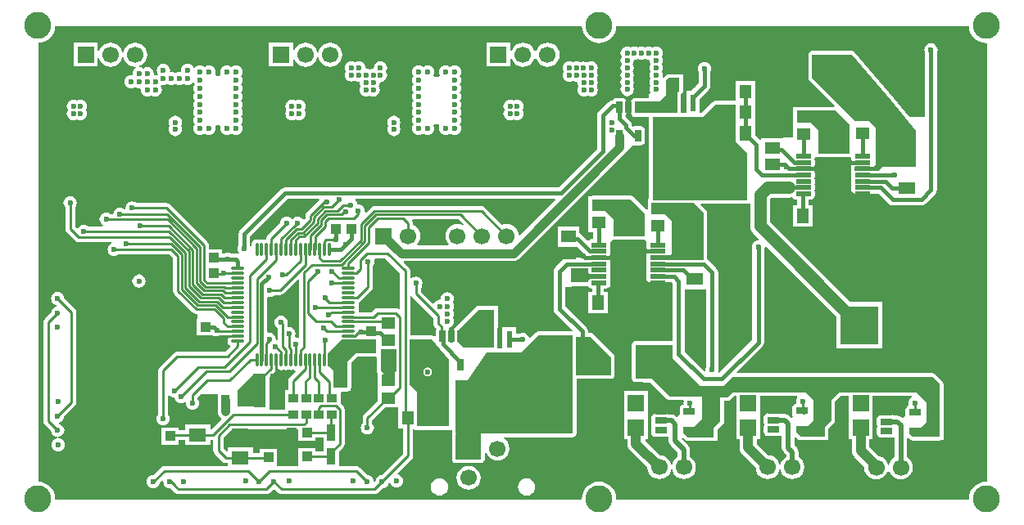
<source format=gbl>
G04*
G04 #@! TF.GenerationSoftware,Altium Limited,Altium Designer,19.0.15 (446)*
G04*
G04 Layer_Physical_Order=4*
G04 Layer_Color=16711680*
%FSLAX44Y44*%
%MOMM*%
G71*
G01*
G75*
%ADD13C,0.5080*%
%ADD15C,0.2540*%
%ADD17C,0.2286*%
%ADD19R,1.0000X1.0000*%
%ADD21R,1.0000X1.0000*%
%ADD27R,0.9000X1.0000*%
%ADD28R,1.4000X1.2000*%
%ADD34R,1.5000X1.3000*%
%ADD36R,1.3000X1.5000*%
%ADD66C,2.8000*%
%ADD70C,0.3810*%
%ADD71C,1.2700*%
%ADD72C,0.4572*%
%ADD73C,1.7000*%
%ADD74R,1.7000X1.7000*%
%ADD75C,4.0000*%
%ADD76R,4.0000X4.0000*%
%ADD77R,3.0000X2.0000*%
%ADD78R,1.7000X1.7000*%
%ADD79C,0.6000*%
%ADD80C,1.0160*%
G04:AMPARAMS|DCode=87|XSize=0.65mm|YSize=1.2mm|CornerRadius=0.0488mm|HoleSize=0mm|Usage=FLASHONLY|Rotation=270.000|XOffset=0mm|YOffset=0mm|HoleType=Round|Shape=RoundedRectangle|*
%AMROUNDEDRECTD87*
21,1,0.6500,1.1025,0,0,270.0*
21,1,0.5525,1.2000,0,0,270.0*
1,1,0.0975,-0.5513,-0.2763*
1,1,0.0975,-0.5513,0.2763*
1,1,0.0975,0.5513,0.2763*
1,1,0.0975,0.5513,-0.2763*
%
%ADD87ROUNDEDRECTD87*%
%ADD88O,1.4000X0.3000*%
%ADD89O,0.3000X1.4000*%
%ADD90R,1.2000X1.4000*%
%ADD91R,1.0000X0.9000*%
%ADD92R,0.8500X1.7000*%
%ADD93R,1.8000X1.4000*%
G04:AMPARAMS|DCode=94|XSize=0.65mm|YSize=1.2mm|CornerRadius=0.0488mm|HoleSize=0mm|Usage=FLASHONLY|Rotation=180.000|XOffset=0mm|YOffset=0mm|HoleType=Round|Shape=RoundedRectangle|*
%AMROUNDEDRECTD94*
21,1,0.6500,1.1025,0,0,180.0*
21,1,0.5525,1.2000,0,0,180.0*
1,1,0.0975,-0.2763,0.5513*
1,1,0.0975,0.2763,0.5513*
1,1,0.0975,0.2763,-0.5513*
1,1,0.0975,-0.2763,-0.5513*
%
%ADD94ROUNDEDRECTD94*%
%ADD95R,0.6096X1.7780*%
%ADD96R,1.8000X1.3000*%
G04:AMPARAMS|DCode=97|XSize=3mm|YSize=3.1mm|CornerRadius=0.045mm|HoleSize=0mm|Usage=FLASHONLY|Rotation=0.000|XOffset=0mm|YOffset=0mm|HoleType=Round|Shape=RoundedRectangle|*
%AMROUNDEDRECTD97*
21,1,3.0000,3.0100,0,0,0.0*
21,1,2.9100,3.1000,0,0,0.0*
1,1,0.0900,1.4550,-1.5050*
1,1,0.0900,-1.4550,-1.5050*
1,1,0.0900,-1.4550,1.5050*
1,1,0.0900,1.4550,1.5050*
%
%ADD97ROUNDEDRECTD97*%
G04:AMPARAMS|DCode=98|XSize=0.45mm|YSize=1.6mm|CornerRadius=0.0495mm|HoleSize=0mm|Usage=FLASHONLY|Rotation=270.000|XOffset=0mm|YOffset=0mm|HoleType=Round|Shape=RoundedRectangle|*
%AMROUNDEDRECTD98*
21,1,0.4500,1.5010,0,0,270.0*
21,1,0.3510,1.6000,0,0,270.0*
1,1,0.0990,-0.7505,-0.1755*
1,1,0.0990,-0.7505,0.1755*
1,1,0.0990,0.7505,0.1755*
1,1,0.0990,0.7505,-0.1755*
%
%ADD98ROUNDEDRECTD98*%
%ADD99C,0.8890*%
G36*
X997448Y521509D02*
X998466Y518151D01*
X1000120Y515057D01*
X1002346Y512346D01*
X1005057Y510120D01*
X1008151Y508466D01*
X1011509Y507448D01*
X1015000Y507104D01*
X1015700Y506469D01*
Y53531D01*
X1015000Y52896D01*
X1011509Y52552D01*
X1008151Y51534D01*
X1005057Y49880D01*
X1002346Y47655D01*
X1000120Y44943D01*
X998466Y41849D01*
X997448Y38491D01*
X997104Y35000D01*
X996521Y34357D01*
X633479D01*
X632896Y35000D01*
X632552Y38491D01*
X631534Y41849D01*
X629880Y44943D01*
X627654Y47655D01*
X624943Y49880D01*
X621849Y51534D01*
X618491Y52552D01*
X615000Y52896D01*
X611509Y52552D01*
X608151Y51534D01*
X605057Y49880D01*
X602346Y47655D01*
X600120Y44943D01*
X598466Y41849D01*
X597448Y38491D01*
X597104Y35000D01*
X596521Y34357D01*
X53479D01*
X52896Y35000D01*
X52552Y38491D01*
X51534Y41849D01*
X49880Y44943D01*
X47655Y47655D01*
X44943Y49880D01*
X41849Y51534D01*
X38491Y52552D01*
X35700Y52827D01*
Y507173D01*
X38491Y507448D01*
X41849Y508466D01*
X44943Y510120D01*
X47655Y512346D01*
X49880Y515057D01*
X51534Y518151D01*
X52552Y521509D01*
X52833Y524357D01*
X597167D01*
X597448Y521509D01*
X598466Y518151D01*
X600120Y515057D01*
X602346Y512346D01*
X605057Y510120D01*
X608151Y508466D01*
X611509Y507448D01*
X615000Y507104D01*
X618491Y507448D01*
X621849Y508466D01*
X624943Y510120D01*
X627654Y512346D01*
X629880Y515057D01*
X631534Y518151D01*
X632552Y521509D01*
X632833Y524357D01*
X997167D01*
X997448Y521509D01*
D02*
G37*
%LPC*%
G36*
X561750Y507416D02*
X558536Y506993D01*
X555542Y505753D01*
X552970Y503780D01*
X550997Y501208D01*
X549757Y498214D01*
X549691Y497709D01*
X548410D01*
X548343Y498214D01*
X547103Y501208D01*
X545130Y503780D01*
X542558Y505753D01*
X539564Y506993D01*
X536350Y507416D01*
X533136Y506993D01*
X530142Y505753D01*
X527570Y503780D01*
X525597Y501208D01*
X524530Y498632D01*
X523260Y498884D01*
Y507310D01*
X498640D01*
Y482690D01*
X523260D01*
Y491116D01*
X524530Y491368D01*
X525597Y488792D01*
X527570Y486220D01*
X530142Y484247D01*
X533136Y483007D01*
X536350Y482584D01*
X539564Y483007D01*
X542558Y484247D01*
X545130Y486220D01*
X547103Y488792D01*
X548343Y491786D01*
X548410Y492291D01*
X549691D01*
X549757Y491786D01*
X550997Y488792D01*
X552970Y486220D01*
X555542Y484247D01*
X558536Y483007D01*
X561750Y482584D01*
X564964Y483007D01*
X567958Y484247D01*
X570530Y486220D01*
X572503Y488792D01*
X573743Y491786D01*
X574166Y495000D01*
X573743Y498214D01*
X572503Y501208D01*
X570530Y503780D01*
X567958Y505753D01*
X564964Y506993D01*
X561750Y507416D01*
D02*
G37*
G36*
X337000D02*
X333787Y506993D01*
X330792Y505753D01*
X328220Y503780D01*
X326247Y501208D01*
X325007Y498214D01*
X324940Y497709D01*
X323660D01*
X323593Y498214D01*
X322353Y501208D01*
X320380Y503780D01*
X317808Y505753D01*
X314814Y506993D01*
X311600Y507416D01*
X308386Y506993D01*
X305392Y505753D01*
X302820Y503780D01*
X300847Y501208D01*
X299780Y498632D01*
X298510Y498884D01*
Y507310D01*
X273890D01*
Y482690D01*
X298510D01*
Y491116D01*
X299780Y491368D01*
X300847Y488792D01*
X302820Y486220D01*
X305392Y484247D01*
X308386Y483007D01*
X311600Y482584D01*
X314814Y483007D01*
X317808Y484247D01*
X320380Y486220D01*
X322353Y488792D01*
X323593Y491786D01*
X323660Y492291D01*
X324940D01*
X325007Y491786D01*
X326247Y488792D01*
X328220Y486220D01*
X330792Y484247D01*
X333787Y483007D01*
X337000Y482584D01*
X340214Y483007D01*
X343208Y484247D01*
X345780Y486220D01*
X347753Y488792D01*
X348993Y491786D01*
X349416Y495000D01*
X348993Y498214D01*
X347753Y501208D01*
X345780Y503780D01*
X343208Y505753D01*
X340214Y506993D01*
X337000Y507416D01*
D02*
G37*
G36*
X135400D02*
X132186Y506993D01*
X129192Y505753D01*
X126620Y503780D01*
X124647Y501208D01*
X123407Y498214D01*
X123341Y497709D01*
X122059D01*
X121993Y498214D01*
X120753Y501208D01*
X118780Y503780D01*
X116208Y505753D01*
X113214Y506993D01*
X110000Y507416D01*
X106786Y506993D01*
X103792Y505753D01*
X101220Y503780D01*
X99247Y501208D01*
X98180Y498632D01*
X96910Y498884D01*
Y507310D01*
X72290D01*
Y482690D01*
X96910D01*
Y491116D01*
X98180Y491368D01*
X99247Y488792D01*
X101220Y486220D01*
X103792Y484247D01*
X106786Y483007D01*
X110000Y482584D01*
X113214Y483007D01*
X116208Y484247D01*
X118780Y486220D01*
X120753Y488792D01*
X121993Y491786D01*
X122059Y492291D01*
X123341D01*
X123407Y491786D01*
X124647Y488792D01*
X126620Y486220D01*
X129192Y484247D01*
X132186Y483007D01*
X135400Y482584D01*
X135717Y482626D01*
X136109Y481413D01*
X134686Y480321D01*
X133594Y478899D01*
X132908Y477242D01*
X132674Y475464D01*
X132764Y474785D01*
X131866Y473886D01*
X131186Y473976D01*
X129408Y473742D01*
X127751Y473056D01*
X126329Y471964D01*
X125237Y470542D01*
X124551Y468885D01*
X124317Y467107D01*
X124551Y465330D01*
X125237Y463673D01*
X126329Y462250D01*
X127751Y461159D01*
X129408Y460472D01*
X131186Y460238D01*
X132963Y460472D01*
X134620Y461159D01*
X135364Y461730D01*
X136109Y461159D01*
X137765Y460472D01*
X139543Y460238D01*
X140223Y460328D01*
X141121Y459430D01*
X141031Y458750D01*
X141265Y456972D01*
X141952Y455316D01*
X143043Y453893D01*
X144466Y452802D01*
X146122Y452115D01*
X147900Y451881D01*
X149678Y452115D01*
X151334Y452802D01*
X152079Y453373D01*
X152823Y452802D01*
X154479Y452115D01*
X156257Y451881D01*
X158035Y452115D01*
X159692Y452802D01*
X161114Y453893D01*
X162206Y455316D01*
X162892Y456972D01*
X163126Y458750D01*
X162892Y460528D01*
X162206Y462184D01*
X161635Y462929D01*
X162206Y463673D01*
X162366Y464060D01*
X162837Y463865D01*
X164614Y463631D01*
X166392Y463865D01*
X168049Y464552D01*
X168793Y465122D01*
X169537Y464552D01*
X171194Y463865D01*
X172971Y463631D01*
X174749Y463865D01*
X176406Y464552D01*
X177150Y465122D01*
X177894Y464552D01*
X179551Y463865D01*
X181329Y463631D01*
X183106Y463865D01*
X184763Y464552D01*
X185507Y465122D01*
X186251Y464552D01*
X187908Y463865D01*
X189686Y463631D01*
X191464Y463865D01*
X193120Y464552D01*
X194543Y465643D01*
X194838Y466027D01*
X196292Y465836D01*
X196551Y465209D01*
X197122Y464464D01*
X196551Y463720D01*
X195865Y462063D01*
X195631Y460286D01*
X195865Y458508D01*
X196551Y456851D01*
X197122Y456107D01*
X196551Y455363D01*
X195865Y453706D01*
X195631Y451929D01*
X195865Y450151D01*
X196551Y448494D01*
X197122Y447750D01*
X196551Y447006D01*
X195865Y445349D01*
X195631Y443572D01*
X195865Y441794D01*
X196551Y440137D01*
X197122Y439393D01*
X196551Y438649D01*
X195865Y436992D01*
X195631Y435214D01*
X195865Y433437D01*
X196551Y431780D01*
X197122Y431036D01*
X196551Y430292D01*
X195865Y428635D01*
X195631Y426857D01*
X195865Y425079D01*
X196551Y423423D01*
X197122Y422679D01*
X196551Y421934D01*
X195865Y420278D01*
X195631Y418500D01*
X195865Y416722D01*
X196551Y415066D01*
X197643Y413643D01*
X199066Y412551D01*
X200722Y411865D01*
X202500Y411631D01*
X204278Y411865D01*
X205934Y412551D01*
X207125Y413465D01*
X208316Y412551D01*
X209972Y411865D01*
X211750Y411631D01*
X213528Y411865D01*
X215184Y412551D01*
X216607Y413643D01*
X217698Y415066D01*
X218385Y416722D01*
X218619Y418500D01*
X218385Y420278D01*
X218094Y420980D01*
X218943Y422250D01*
X223057D01*
X223906Y420980D01*
X223615Y420278D01*
X223381Y418500D01*
X223615Y416722D01*
X224301Y415066D01*
X225393Y413643D01*
X226816Y412551D01*
X228472Y411865D01*
X230250Y411631D01*
X232028Y411865D01*
X233684Y412551D01*
X234875Y413465D01*
X236066Y412551D01*
X237722Y411865D01*
X239500Y411631D01*
X241278Y411865D01*
X242934Y412551D01*
X244357Y413643D01*
X245448Y415066D01*
X246135Y416722D01*
X246369Y418500D01*
X246135Y420278D01*
X245448Y421934D01*
X244877Y422679D01*
X245448Y423423D01*
X246135Y425079D01*
X246369Y426857D01*
X246135Y428635D01*
X245448Y430291D01*
X244877Y431036D01*
X245448Y431780D01*
X246135Y433436D01*
X246369Y435214D01*
X246135Y436992D01*
X245448Y438649D01*
X244877Y439393D01*
X245448Y440137D01*
X246135Y441794D01*
X246369Y443571D01*
X246135Y445349D01*
X245448Y447006D01*
X244877Y447750D01*
X245448Y448494D01*
X246135Y450151D01*
X246369Y451928D01*
X246135Y453706D01*
X245448Y455363D01*
X244877Y456107D01*
X245448Y456851D01*
X246135Y458508D01*
X246369Y460285D01*
X246135Y462063D01*
X245448Y463720D01*
X244877Y464464D01*
X245448Y465208D01*
X246135Y466865D01*
X246369Y468643D01*
X246135Y470420D01*
X245448Y472077D01*
X244877Y472821D01*
X245448Y473565D01*
X246135Y475222D01*
X246369Y477000D01*
X246135Y478778D01*
X245448Y480434D01*
X244357Y481857D01*
X242934Y482948D01*
X241278Y483634D01*
X239500Y483868D01*
X237722Y483634D01*
X236066Y482948D01*
X234875Y482035D01*
X233684Y482948D01*
X232028Y483635D01*
X230250Y483869D01*
X228472Y483635D01*
X226816Y482948D01*
X225393Y481857D01*
X224301Y480434D01*
X223615Y478778D01*
X223381Y477000D01*
X223615Y475222D01*
X223906Y474520D01*
X223057Y473250D01*
X218943D01*
X218094Y474520D01*
X218385Y475222D01*
X218619Y477000D01*
X218385Y478778D01*
X217698Y480434D01*
X216607Y481857D01*
X215184Y482948D01*
X213528Y483635D01*
X211750Y483869D01*
X209972Y483635D01*
X208316Y482948D01*
X207125Y482035D01*
X205934Y482948D01*
X204278Y483635D01*
X202500Y483869D01*
X200722Y483635D01*
X199066Y482948D01*
X197643Y481857D01*
X197348Y481473D01*
X195894Y481664D01*
X195634Y482291D01*
X194543Y483714D01*
X193120Y484806D01*
X191464Y485492D01*
X189686Y485726D01*
X187908Y485492D01*
X186251Y484806D01*
X184829Y483714D01*
X183737Y482291D01*
X183051Y480635D01*
X182817Y478857D01*
X182906Y478177D01*
X182008Y477279D01*
X181329Y477369D01*
X179551Y477135D01*
X177894Y476449D01*
X177150Y475877D01*
X176406Y476449D01*
X174749Y477135D01*
X172971Y477369D01*
X172292Y477279D01*
X171394Y478177D01*
X171483Y478857D01*
X171249Y480635D01*
X170563Y482291D01*
X169471Y483714D01*
X168049Y484806D01*
X166392Y485492D01*
X164614Y485726D01*
X162837Y485492D01*
X161180Y484806D01*
X159757Y483714D01*
X158666Y482291D01*
X157980Y480635D01*
X157746Y478857D01*
X157980Y477079D01*
X158666Y475423D01*
X159237Y474679D01*
X158666Y473934D01*
X158505Y473547D01*
X158035Y473742D01*
X156257Y473976D01*
X155577Y473886D01*
X154679Y474785D01*
X154769Y475464D01*
X154535Y477242D01*
X153849Y478899D01*
X152757Y480321D01*
X151334Y481413D01*
X149678Y482099D01*
X147900Y482333D01*
X146122Y482099D01*
X144466Y481413D01*
X143722Y480842D01*
X142977Y481413D01*
X141321Y482099D01*
X140122Y482257D01*
X139950Y483560D01*
X141608Y484247D01*
X144180Y486220D01*
X146153Y488792D01*
X147393Y491786D01*
X147816Y495000D01*
X147393Y498214D01*
X146153Y501208D01*
X144180Y503780D01*
X141608Y505753D01*
X138614Y506993D01*
X135400Y507416D01*
D02*
G37*
G36*
X359000Y488369D02*
X357222Y488135D01*
X355566Y487449D01*
X354143Y486357D01*
X353051Y484934D01*
X352365Y483278D01*
X352131Y481500D01*
X352365Y479722D01*
X353051Y478066D01*
X353294Y477750D01*
X353051Y477434D01*
X352365Y475778D01*
X352131Y474000D01*
X352365Y472222D01*
X353051Y470566D01*
X354143Y469143D01*
X355566Y468051D01*
X357222Y467365D01*
X359000Y467131D01*
X360778Y467365D01*
X362434Y468051D01*
X362804Y468335D01*
X363191Y468038D01*
X364847Y467352D01*
X366625Y467118D01*
X367173Y466570D01*
X367131Y466250D01*
X367365Y464472D01*
X368051Y462816D01*
X368294Y462500D01*
X368051Y462184D01*
X367365Y460528D01*
X367131Y458750D01*
X367365Y456972D01*
X368051Y455316D01*
X369143Y453893D01*
X370566Y452802D01*
X372222Y452115D01*
X374000Y451881D01*
X375778Y452115D01*
X377434Y452802D01*
X377750Y453044D01*
X378066Y452802D01*
X379722Y452115D01*
X381500Y451881D01*
X383278Y452115D01*
X384934Y452802D01*
X386357Y453893D01*
X387449Y455316D01*
X388135Y456972D01*
X388369Y458750D01*
X388135Y460528D01*
X387449Y462184D01*
X387206Y462500D01*
X387449Y462816D01*
X388135Y464472D01*
X388326Y465926D01*
X388628Y466460D01*
X389526Y467188D01*
X390778Y467352D01*
X392434Y468038D01*
X393857Y469130D01*
X394949Y470553D01*
X395635Y472209D01*
X395869Y473987D01*
X395635Y475765D01*
X394949Y477421D01*
X394706Y477737D01*
X394949Y478053D01*
X395635Y479709D01*
X395869Y481487D01*
X395635Y483265D01*
X394949Y484921D01*
X393857Y486344D01*
X392434Y487435D01*
X390778Y488122D01*
X389000Y488356D01*
X387222Y488122D01*
X385566Y487435D01*
X384143Y486344D01*
X383051Y484921D01*
X382365Y483265D01*
X382131Y481487D01*
X381500Y480856D01*
X379722Y480622D01*
X378066Y479935D01*
X377750Y479693D01*
X377434Y479935D01*
X375778Y480622D01*
X374000Y480856D01*
X373418Y482060D01*
X373260Y483265D01*
X372574Y484921D01*
X371482Y486344D01*
X370059Y487435D01*
X368403Y488122D01*
X366625Y488356D01*
X364847Y488122D01*
X363191Y487435D01*
X362821Y487152D01*
X362434Y487449D01*
X360778Y488135D01*
X359000Y488369D01*
D02*
G37*
G36*
X584250Y488119D02*
X582472Y487885D01*
X580816Y487198D01*
X579393Y486107D01*
X578302Y484684D01*
X577615Y483028D01*
X577381Y481250D01*
X577615Y479472D01*
X578302Y477816D01*
X578544Y477500D01*
X578302Y477184D01*
X577615Y475528D01*
X577381Y473750D01*
X577615Y471972D01*
X578302Y470316D01*
X579393Y468893D01*
X580816Y467802D01*
X582472Y467115D01*
X584250Y466881D01*
X586028Y467115D01*
X587684Y467802D01*
X588054Y468085D01*
X588441Y467789D01*
X590097Y467102D01*
X591875Y466868D01*
X592423Y466320D01*
X592381Y466000D01*
X592615Y464222D01*
X593302Y462566D01*
X593544Y462250D01*
X593302Y461934D01*
X592615Y460278D01*
X592381Y458500D01*
X592615Y456722D01*
X593302Y455066D01*
X594393Y453643D01*
X595816Y452551D01*
X597472Y451865D01*
X599250Y451631D01*
X601028Y451865D01*
X602684Y452551D01*
X603000Y452794D01*
X603316Y452551D01*
X604972Y451865D01*
X606750Y451631D01*
X608528Y451865D01*
X610184Y452551D01*
X611607Y453643D01*
X612699Y455066D01*
X613385Y456722D01*
X613619Y458500D01*
X613385Y460278D01*
X612699Y461934D01*
X612456Y462250D01*
X612699Y462566D01*
X613385Y464222D01*
X613619Y466000D01*
X613385Y467778D01*
X612699Y469434D01*
X612365Y469869D01*
X612699Y470303D01*
X613385Y471959D01*
X613619Y473737D01*
X613385Y475515D01*
X612699Y477171D01*
X612456Y477487D01*
X612699Y477803D01*
X613385Y479459D01*
X613619Y481237D01*
X613385Y483015D01*
X612699Y484671D01*
X611607Y486094D01*
X610184Y487186D01*
X608528Y487872D01*
X606750Y488106D01*
X604972Y487872D01*
X603316Y487186D01*
X602721Y486729D01*
X602434Y486949D01*
X600778Y487635D01*
X599000Y487869D01*
X597222Y487635D01*
X595600Y486963D01*
X595309Y487186D01*
X593653Y487872D01*
X591875Y488106D01*
X590097Y487872D01*
X588441Y487186D01*
X588071Y486902D01*
X587684Y487198D01*
X586028Y487885D01*
X584250Y488119D01*
D02*
G37*
G36*
X530300Y448244D02*
X528522Y448010D01*
X526866Y447324D01*
X526613Y447129D01*
X526359Y447324D01*
X524703Y448010D01*
X522925Y448244D01*
X521147Y448010D01*
X519491Y447324D01*
X518068Y446232D01*
X516977Y444809D01*
X516290Y443153D01*
X516056Y441375D01*
X516290Y439597D01*
X516977Y437941D01*
X517171Y437687D01*
X516977Y437434D01*
X516290Y435778D01*
X516056Y434000D01*
X516290Y432222D01*
X516977Y430566D01*
X518068Y429143D01*
X519491Y428051D01*
X521147Y427365D01*
X522925Y427131D01*
X524703Y427365D01*
X526359Y428051D01*
X526613Y428246D01*
X526866Y428051D01*
X528522Y427365D01*
X530300Y427131D01*
X532078Y427365D01*
X533734Y428051D01*
X535157Y429143D01*
X536249Y430566D01*
X536935Y432222D01*
X537169Y434000D01*
X536935Y435778D01*
X536249Y437434D01*
X536054Y437687D01*
X536249Y437941D01*
X536935Y439597D01*
X537169Y441375D01*
X536935Y443153D01*
X536249Y444809D01*
X535157Y446232D01*
X533734Y447324D01*
X532078Y448010D01*
X530300Y448244D01*
D02*
G37*
G36*
X305000Y448244D02*
X303222Y448010D01*
X301566Y447323D01*
X301313Y447129D01*
X301059Y447323D01*
X299403Y448010D01*
X297625Y448244D01*
X295847Y448010D01*
X294191Y447323D01*
X292768Y446232D01*
X291677Y444809D01*
X290990Y443153D01*
X290756Y441375D01*
X290990Y439597D01*
X291677Y437941D01*
X291871Y437687D01*
X291677Y437434D01*
X290990Y435778D01*
X290756Y434000D01*
X290990Y432222D01*
X291677Y430566D01*
X292768Y429143D01*
X294191Y428051D01*
X295847Y427365D01*
X297625Y427131D01*
X299403Y427365D01*
X301059Y428051D01*
X301313Y428246D01*
X301566Y428051D01*
X303222Y427365D01*
X305000Y427131D01*
X306778Y427365D01*
X308434Y428051D01*
X309857Y429143D01*
X310949Y430566D01*
X311635Y432222D01*
X311869Y434000D01*
X311635Y435778D01*
X310949Y437434D01*
X310754Y437687D01*
X310949Y437941D01*
X311635Y439597D01*
X311869Y441375D01*
X311635Y443153D01*
X310949Y444809D01*
X309857Y446232D01*
X308434Y447323D01*
X306778Y448010D01*
X305000Y448244D01*
D02*
G37*
G36*
X79000D02*
X77222Y448010D01*
X75566Y447323D01*
X75312Y447129D01*
X75059Y447323D01*
X73403Y448010D01*
X71625Y448244D01*
X69847Y448010D01*
X68191Y447323D01*
X66768Y446232D01*
X65676Y444809D01*
X64990Y443153D01*
X64756Y441375D01*
X64990Y439597D01*
X65676Y437941D01*
X65871Y437687D01*
X65676Y437434D01*
X64990Y435778D01*
X64756Y434000D01*
X64990Y432222D01*
X65676Y430566D01*
X66768Y429143D01*
X68191Y428051D01*
X69847Y427365D01*
X71625Y427131D01*
X73403Y427365D01*
X75059Y428051D01*
X75312Y428246D01*
X75566Y428051D01*
X77222Y427365D01*
X79000Y427131D01*
X80778Y427365D01*
X82434Y428051D01*
X83857Y429143D01*
X84949Y430566D01*
X85635Y432222D01*
X85869Y434000D01*
X85635Y435778D01*
X84949Y437434D01*
X84754Y437687D01*
X84949Y437941D01*
X85635Y439597D01*
X85869Y441375D01*
X85635Y443153D01*
X84949Y444809D01*
X83857Y446232D01*
X82434Y447323D01*
X80778Y448010D01*
X79000Y448244D01*
D02*
G37*
G36*
X958000Y506619D02*
X956222Y506385D01*
X954566Y505699D01*
X953143Y504607D01*
X952051Y503184D01*
X951365Y501528D01*
X951131Y499750D01*
X951365Y497972D01*
X951785Y496960D01*
Y430250D01*
X935510D01*
X919769Y449694D01*
X919734Y449723D01*
X919713Y449763D01*
X879212Y497513D01*
X879086Y497613D01*
X878997Y497747D01*
X878497Y498081D01*
X878025Y498455D01*
X877871Y498499D01*
X877737Y498589D01*
X877146Y498706D01*
X876568Y498872D01*
X876408Y498853D01*
X876250Y498885D01*
X835000D01*
X833513Y498589D01*
X832253Y497747D01*
X831411Y496487D01*
X831115Y495000D01*
X831115Y471000D01*
X831411Y469513D01*
X832253Y468253D01*
X858352Y442155D01*
X857825Y440885D01*
X819250Y440885D01*
X818875Y440810D01*
X815190D01*
Y421190D01*
Y409000D01*
X805500D01*
X805310Y408810D01*
X782690D01*
Y407396D01*
X781420Y406870D01*
X776810Y411480D01*
Y425310D01*
X776060D01*
Y446190D01*
X776060D01*
Y467810D01*
X756440D01*
Y447496D01*
X756000Y447135D01*
X734750D01*
X733263Y446839D01*
X732003Y445997D01*
X720391Y434385D01*
X718608D01*
Y448844D01*
X728395Y458631D01*
X729742Y460647D01*
X730215Y463026D01*
Y477960D01*
X730635Y478972D01*
X730869Y480750D01*
X730635Y482528D01*
X729949Y484184D01*
X728857Y485607D01*
X727434Y486698D01*
X725778Y487385D01*
X724000Y487619D01*
X722222Y487385D01*
X720566Y486698D01*
X719143Y485607D01*
X718052Y484184D01*
X717365Y482528D01*
X717131Y480750D01*
X717365Y478972D01*
X717785Y477960D01*
Y465601D01*
X709818Y457634D01*
X704892D01*
Y434385D01*
X699729D01*
X699635Y434500D01*
Y454141D01*
X700747Y455253D01*
X701589Y456513D01*
X701885Y458000D01*
Y471000D01*
X701589Y472487D01*
X701560Y472530D01*
Y474810D01*
X698375D01*
X698000Y474885D01*
X686750D01*
X686375Y474810D01*
X684940D01*
Y474373D01*
X684003Y473747D01*
X681687Y471431D01*
X680610Y472150D01*
X680635Y472209D01*
X680869Y473987D01*
X680635Y475765D01*
X679949Y477421D01*
X679706Y477737D01*
X679949Y478053D01*
X680635Y479709D01*
X680869Y481487D01*
X680635Y483265D01*
X679949Y484921D01*
X679706Y485237D01*
X679949Y485553D01*
X680635Y487209D01*
X680869Y488987D01*
X680635Y490765D01*
X679949Y492421D01*
X679706Y492737D01*
X679949Y493053D01*
X680635Y494709D01*
X680869Y496487D01*
X680635Y498265D01*
X679949Y499921D01*
X678857Y501344D01*
X677434Y502435D01*
X675778Y503122D01*
X674000Y503356D01*
X672222Y503122D01*
X670566Y502435D01*
X670250Y502193D01*
X669934Y502435D01*
X668278Y503122D01*
X666500Y503356D01*
X664722Y503122D01*
X663066Y502435D01*
X662750Y502193D01*
X662434Y502435D01*
X660778Y503122D01*
X659000Y503356D01*
X657222Y503122D01*
X655566Y502435D01*
X655250Y502193D01*
X654934Y502435D01*
X653278Y503122D01*
X651500Y503356D01*
X649722Y503122D01*
X648066Y502435D01*
X647750Y502193D01*
X647434Y502435D01*
X645778Y503122D01*
X644000Y503356D01*
X642222Y503122D01*
X640566Y502435D01*
X639143Y501344D01*
X638051Y499921D01*
X637365Y498265D01*
X637131Y496487D01*
X637365Y494709D01*
X638051Y493053D01*
X638294Y492737D01*
X638051Y492421D01*
X637365Y490765D01*
X637131Y488987D01*
X637365Y487209D01*
X638051Y485553D01*
X638294Y485237D01*
X638051Y484921D01*
X637365Y483265D01*
X637131Y481487D01*
X637365Y479709D01*
X638051Y478053D01*
X638294Y477737D01*
X638051Y477421D01*
X637365Y475765D01*
X637131Y473987D01*
X637365Y472209D01*
X638051Y470553D01*
X638294Y470237D01*
X638051Y469921D01*
X637365Y468265D01*
X637131Y466487D01*
X637365Y464709D01*
X638051Y463053D01*
X638294Y462737D01*
X638051Y462421D01*
X637365Y460765D01*
X637131Y458987D01*
X637365Y457209D01*
X638051Y455553D01*
X639143Y454130D01*
X640566Y453038D01*
X642222Y452352D01*
X644000Y452118D01*
X645778Y452352D01*
X647434Y453038D01*
X648857Y454130D01*
X649949Y455553D01*
X650635Y457209D01*
X650869Y458987D01*
X650635Y460765D01*
X649949Y462421D01*
X649706Y462737D01*
X649949Y463053D01*
X650635Y464709D01*
X650869Y466487D01*
X650635Y468265D01*
X649949Y469921D01*
X649706Y470237D01*
X649949Y470553D01*
X650635Y472209D01*
X650869Y473987D01*
X650635Y475765D01*
X649949Y477421D01*
X649706Y477737D01*
X649949Y478053D01*
X650635Y479709D01*
X650869Y481487D01*
X650635Y483265D01*
X649949Y484921D01*
X649706Y485237D01*
X649949Y485553D01*
X650635Y487209D01*
X650869Y488987D01*
X651500Y489618D01*
X653278Y489852D01*
X654934Y490538D01*
X655250Y490781D01*
X655566Y490538D01*
X657222Y489852D01*
X659000Y489618D01*
X660778Y489852D01*
X662434Y490538D01*
X662750Y490781D01*
X663066Y490538D01*
X664722Y489852D01*
X666500Y489618D01*
X667131Y488987D01*
X667365Y487209D01*
X668051Y485553D01*
X668294Y485237D01*
X668051Y484921D01*
X667365Y483265D01*
X667131Y481487D01*
X667365Y479709D01*
X668051Y478053D01*
X668294Y477737D01*
X668051Y477421D01*
X667365Y475765D01*
X667131Y473987D01*
X667365Y472209D01*
X668051Y470553D01*
X668294Y470237D01*
X668051Y469921D01*
X667365Y468265D01*
X667131Y466487D01*
X667365Y464709D01*
X668051Y463053D01*
X668294Y462737D01*
X668051Y462421D01*
X667365Y460765D01*
X667131Y458987D01*
X667365Y457209D01*
X667826Y456097D01*
X667250Y455066D01*
Y455066D01*
X666000Y453816D01*
Y450385D01*
X657810D01*
X657763Y450394D01*
X652237D01*
X652190Y450385D01*
X651750D01*
X650263Y450089D01*
X649003Y449247D01*
X648161Y447987D01*
X647865Y446500D01*
Y446060D01*
X647856Y446012D01*
Y434987D01*
X647865Y434939D01*
Y434500D01*
X648161Y433013D01*
X649003Y431753D01*
X650263Y430911D01*
X651750Y430615D01*
X652189D01*
X652237Y430606D01*
X657763D01*
X657811Y430615D01*
X666271D01*
X666365Y430500D01*
Y404250D01*
Y345560D01*
X665190D01*
Y342125D01*
X665115Y341750D01*
Y335038D01*
X663942Y334552D01*
X650747Y347747D01*
X649487Y348589D01*
X648000Y348885D01*
X607750Y348885D01*
X607375Y348810D01*
X603940D01*
Y345375D01*
X603865Y345000D01*
Y333000D01*
X603940Y332625D01*
Y329190D01*
Y311190D01*
X608535D01*
Y304144D01*
X607245D01*
X605565Y303810D01*
X604141Y302859D01*
X603040Y302750D01*
X596895Y308895D01*
X594879Y310242D01*
X594810Y310256D01*
Y316810D01*
X572190D01*
Y296190D01*
X592020D01*
X601069Y287141D01*
X602799Y285985D01*
X602492Y284715D01*
X581750D01*
X579371Y284242D01*
X577355Y282895D01*
X569605Y275145D01*
X568258Y273129D01*
X567785Y270750D01*
Y231750D01*
X568258Y229371D01*
X569605Y227355D01*
X587305Y209655D01*
X586779Y208385D01*
X552250D01*
X550763Y208089D01*
X549503Y207247D01*
X543808Y201552D01*
X542519Y202058D01*
X541949Y203434D01*
X540857Y204857D01*
X539434Y205949D01*
X537778Y206635D01*
X536000Y206869D01*
X534222Y206635D01*
X533210Y206215D01*
X528858D01*
Y213068D01*
X515142D01*
Y190885D01*
X510948D01*
X509885Y191500D01*
Y212334D01*
X510339Y213013D01*
X510635Y214500D01*
Y231000D01*
X510339Y232487D01*
X510310Y232530D01*
Y234810D01*
X507125D01*
X506750Y234885D01*
X490250D01*
X488763Y234589D01*
X487503Y233747D01*
X466003Y212247D01*
X465980Y212213D01*
X465947Y212189D01*
X465560Y211584D01*
X465161Y210987D01*
X465153Y210946D01*
X465131Y210912D01*
X465005Y210204D01*
X464865Y209500D01*
X464873Y209460D01*
X464866Y209419D01*
X464873Y209098D01*
X464856Y209013D01*
Y198269D01*
X464056Y197424D01*
X463891Y197250D01*
X461833D01*
D01*
X461833D01*
Y197250D01*
X460647Y197665D01*
X460482Y197771D01*
X460144Y198460D01*
Y209013D01*
X459811Y210689D01*
X459586Y211026D01*
X459959Y212159D01*
X460177Y212427D01*
X461684Y213051D01*
X463107Y214143D01*
X464198Y215566D01*
X464885Y217222D01*
X465119Y219000D01*
X464885Y220778D01*
X464198Y222434D01*
X463860Y222875D01*
X464198Y223316D01*
X464885Y224972D01*
X465119Y226750D01*
X464885Y228528D01*
X464198Y230184D01*
X463860Y230625D01*
X464198Y231066D01*
X464885Y232722D01*
X465119Y234500D01*
X464885Y236278D01*
X464198Y237934D01*
X463860Y238375D01*
X464198Y238816D01*
X464885Y240472D01*
X465119Y242250D01*
X464885Y244028D01*
X464198Y245684D01*
X463107Y247107D01*
X461684Y248199D01*
X460028Y248885D01*
X458250Y249119D01*
X456472Y248885D01*
X454816Y248199D01*
X453393Y247107D01*
X452301Y245684D01*
X451615Y244028D01*
X451418Y242529D01*
X450918Y241832D01*
X450221Y241332D01*
X448722Y241135D01*
X447066Y240448D01*
X445643Y239357D01*
X444552Y237934D01*
X444360Y237471D01*
X443114Y237223D01*
X430680Y249657D01*
Y253813D01*
X431449Y254816D01*
X432135Y256472D01*
X432369Y258250D01*
X432135Y260028D01*
X431449Y261684D01*
X430357Y263107D01*
X428934Y264198D01*
X427278Y264885D01*
X425500Y265119D01*
X423722Y264885D01*
X422066Y264198D01*
X420950Y263342D01*
X419679Y263785D01*
Y271250D01*
X419680Y271250D01*
X419285Y273232D01*
X418162Y274912D01*
X418162Y274912D01*
X413074Y280000D01*
X413560Y281174D01*
X526250D01*
X527327Y281316D01*
X528405Y281458D01*
X530413Y282289D01*
X532137Y283612D01*
X641888Y393363D01*
X649631Y401106D01*
X657763D01*
X659439Y401439D01*
X660861Y402389D01*
X661811Y403811D01*
X662144Y405488D01*
Y416512D01*
X661811Y418189D01*
X660861Y419611D01*
X659439Y420561D01*
X657763Y420894D01*
X652237D01*
X650561Y420561D01*
X650183Y420308D01*
X648827Y421664D01*
Y422250D01*
X648383Y424480D01*
X647120Y426370D01*
X642603Y430888D01*
X641861Y431889D01*
X642811Y433311D01*
X643144Y434987D01*
Y446012D01*
X642811Y447689D01*
X641861Y449111D01*
X640439Y450061D01*
X638763Y450394D01*
X633237D01*
X631561Y450061D01*
X630139Y449111D01*
X629281Y447827D01*
X628750D01*
X626520Y447383D01*
X624630Y446120D01*
X614630Y436120D01*
X613367Y434230D01*
X612923Y432000D01*
Y397164D01*
X573336Y357577D01*
X290750D01*
X288520Y357133D01*
X286630Y355870D01*
X244130Y313370D01*
X242867Y311480D01*
X242423Y309250D01*
Y297593D01*
X242302Y297434D01*
X241615Y295778D01*
X241381Y294000D01*
X241615Y292222D01*
X242302Y290566D01*
X242819Y289892D01*
X241939Y288952D01*
X241879Y288992D01*
X239500Y289465D01*
X234394D01*
X232778Y290135D01*
X231000Y290369D01*
X229222Y290135D01*
X227607Y289465D01*
X225310D01*
Y293310D01*
X211800D01*
Y297441D01*
X211416Y299373D01*
X210321Y301012D01*
X171512Y339821D01*
X169873Y340916D01*
X167941Y341300D01*
X137105D01*
X135934Y342198D01*
X134278Y342885D01*
X132500Y343119D01*
X130722Y342885D01*
X129066Y342198D01*
X127643Y341107D01*
X126552Y339684D01*
X125865Y338028D01*
X125631Y336250D01*
X125663Y336005D01*
X124826Y335050D01*
X124355D01*
X123184Y335948D01*
X121528Y336635D01*
X119750Y336869D01*
X117972Y336635D01*
X116316Y335948D01*
X114893Y334857D01*
X113801Y333434D01*
X113115Y331778D01*
X112881Y330000D01*
X112340Y329383D01*
X110323D01*
X108934Y330448D01*
X107278Y331135D01*
X105500Y331369D01*
X103722Y331135D01*
X102066Y330448D01*
X100643Y329357D01*
X99551Y327934D01*
X98865Y326278D01*
X98631Y324500D01*
X98865Y322722D01*
X99551Y321066D01*
X100643Y319643D01*
X102041Y318570D01*
X102051Y318492D01*
X101768Y317300D01*
X86973D01*
X85802Y318199D01*
X84145Y318885D01*
X82368Y319119D01*
X80590Y318885D01*
X78933Y318199D01*
X77511Y317107D01*
X76419Y315684D01*
X76282Y315353D01*
X75036Y315105D01*
X73300Y316842D01*
Y337145D01*
X74198Y338316D01*
X74885Y339972D01*
X75119Y341750D01*
X74885Y343528D01*
X74198Y345184D01*
X73107Y346607D01*
X71684Y347699D01*
X70028Y348385D01*
X68250Y348619D01*
X66472Y348385D01*
X64816Y347699D01*
X63393Y346607D01*
X62302Y345184D01*
X61615Y343528D01*
X61381Y341750D01*
X61615Y339972D01*
X62302Y338316D01*
X63200Y337145D01*
Y314750D01*
X63584Y312817D01*
X64679Y311179D01*
X73429Y302429D01*
X75067Y301334D01*
X77000Y300950D01*
X111108D01*
X111361Y299680D01*
X110374Y299271D01*
X108952Y298180D01*
X107860Y296757D01*
X107174Y295101D01*
X106940Y293323D01*
X107174Y291545D01*
X107860Y289888D01*
X108952Y288466D01*
X110374Y287374D01*
X112031Y286688D01*
X113809Y286454D01*
X115587Y286688D01*
X117243Y287374D01*
X118414Y288273D01*
X170835D01*
X174825Y284283D01*
Y253625D01*
X174830Y253600D01*
Y250541D01*
X175214Y248608D01*
X176309Y246970D01*
X195020Y228259D01*
X196658Y227164D01*
X198591Y226780D01*
X200000D01*
Y221810D01*
X199190D01*
Y204190D01*
X216271D01*
X216941Y203676D01*
X218597Y202990D01*
X220375Y202756D01*
X222153Y202990D01*
X222950Y203321D01*
X231795D01*
X232236Y202050D01*
X231248Y200572D01*
X230836Y198500D01*
X231248Y196428D01*
X232422Y194672D01*
X233398Y194019D01*
X233593Y192418D01*
X228605Y187430D01*
X179000D01*
X177018Y187035D01*
X175338Y185912D01*
X175338Y185912D01*
X160837Y171413D01*
X159715Y169732D01*
X159320Y167750D01*
Y122687D01*
X158552Y121684D01*
X157865Y120028D01*
X157631Y118250D01*
X157865Y116472D01*
X158552Y114816D01*
X159643Y113393D01*
X161066Y112302D01*
X162722Y111615D01*
X164500Y111381D01*
X166278Y111615D01*
X167934Y112302D01*
X169357Y113393D01*
X170448Y114816D01*
X171135Y116472D01*
X171369Y118250D01*
X171135Y120028D01*
X170448Y121684D01*
X169680Y122687D01*
Y141714D01*
X170949Y142145D01*
X171143Y141893D01*
X172566Y140801D01*
X174222Y140115D01*
X176000Y139881D01*
X176306Y139922D01*
X176365Y139472D01*
X177052Y137816D01*
X178143Y136393D01*
X179566Y135302D01*
X181222Y134615D01*
X183000Y134381D01*
X184778Y134615D01*
X186434Y135302D01*
X186531Y135376D01*
X187722Y134689D01*
X187631Y134000D01*
X187865Y132222D01*
X188552Y130566D01*
X189643Y129143D01*
X191066Y128052D01*
X192722Y127365D01*
X194500Y127131D01*
X196278Y127365D01*
X197934Y128052D01*
X199357Y129143D01*
X200448Y130566D01*
X201135Y132222D01*
X201369Y134000D01*
X201135Y135778D01*
X200448Y137434D01*
X199680Y138437D01*
Y140105D01*
X203075Y143500D01*
X220690D01*
Y138123D01*
X220674Y138000D01*
Y125500D01*
X220958Y123345D01*
X221789Y121337D01*
X223113Y119613D01*
X224176Y118797D01*
X224374Y117199D01*
X214330Y107155D01*
X213060Y107681D01*
Y112310D01*
X187440D01*
Y106679D01*
X180310D01*
Y109060D01*
X162690D01*
Y91440D01*
X180310D01*
Y96320D01*
X187440D01*
Y90690D01*
X213060D01*
Y96320D01*
X216000D01*
X216320Y96058D01*
Y85250D01*
X216715Y83268D01*
X217838Y81587D01*
X225588Y73838D01*
X225588Y73837D01*
X227268Y72715D01*
X229250Y72320D01*
X231440D01*
Y69180D01*
X165750D01*
X165750Y69180D01*
X163768Y68785D01*
X162087Y67663D01*
X154289Y59864D01*
X154250Y59869D01*
X152472Y59635D01*
X150816Y58948D01*
X149393Y57857D01*
X148301Y56434D01*
X147615Y54778D01*
X147381Y53000D01*
X147615Y51222D01*
X148301Y49566D01*
X149393Y48143D01*
X150816Y47051D01*
X152472Y46365D01*
X154250Y46131D01*
X156028Y46365D01*
X157684Y47051D01*
X159107Y48143D01*
X160198Y49566D01*
X160885Y51222D01*
X160974Y51899D01*
X163400Y54325D01*
X164603Y53731D01*
X164506Y53000D01*
X164740Y51222D01*
X165427Y49566D01*
X166518Y48143D01*
X167941Y47051D01*
X169597Y46365D01*
X171375Y46131D01*
X171966Y46209D01*
X173337Y44837D01*
X173564Y44686D01*
X173715Y44460D01*
X176838Y41337D01*
X178518Y40215D01*
X180500Y39820D01*
X180500Y39820D01*
X271000D01*
X272982Y40215D01*
X274663Y41337D01*
X279000Y45675D01*
X283337Y41337D01*
X285018Y40215D01*
X287000Y39820D01*
X382750D01*
X384732Y40215D01*
X386413Y41337D01*
X391275Y46200D01*
X392528Y46365D01*
X394184Y47051D01*
X395607Y48143D01*
X396698Y49566D01*
X397385Y51222D01*
X397400Y51335D01*
X397661Y51461D01*
X397704Y51470D01*
X399243Y50809D01*
X399551Y50066D01*
X400643Y48643D01*
X402066Y47551D01*
X403722Y46865D01*
X405500Y46631D01*
X407278Y46865D01*
X408934Y47551D01*
X410357Y48643D01*
X411449Y50066D01*
X412135Y51722D01*
X412369Y53500D01*
X412135Y55278D01*
X411449Y56934D01*
X410357Y58357D01*
X408934Y59448D01*
X407278Y60135D01*
X407037Y60166D01*
X406582Y61507D01*
X421162Y76087D01*
X421162Y76087D01*
X422285Y77768D01*
X422679Y79750D01*
Y106824D01*
X423194Y107149D01*
X423950Y107372D01*
X425013Y106661D01*
X426500Y106365D01*
X459750Y106365D01*
X461237Y106661D01*
X461595Y106901D01*
X462865Y106222D01*
Y102750D01*
X462915Y102500D01*
X462865Y102250D01*
Y76000D01*
X463161Y74513D01*
X464003Y73253D01*
X465263Y72411D01*
X466750Y72115D01*
X492750D01*
X494237Y72411D01*
X495497Y73253D01*
X496339Y74513D01*
X496635Y76000D01*
Y84480D01*
X497905Y84563D01*
X498007Y83786D01*
X499247Y80792D01*
X501220Y78220D01*
X503792Y76247D01*
X506786Y75007D01*
X510000Y74584D01*
X513214Y75007D01*
X516208Y76247D01*
X518780Y78220D01*
X520753Y80792D01*
X521993Y83786D01*
X522416Y87000D01*
X521993Y90214D01*
X520753Y93208D01*
X518780Y95780D01*
X516413Y97595D01*
X516589Y98865D01*
X587750Y98865D01*
X589237Y99161D01*
X590497Y100003D01*
X591339Y101263D01*
X591635Y102750D01*
Y159365D01*
X627250D01*
X628737Y159661D01*
X629997Y160503D01*
X630839Y161763D01*
X631135Y163250D01*
Y182000D01*
X630839Y183487D01*
X629997Y184747D01*
X608997Y205747D01*
X607737Y206589D01*
X606250Y206885D01*
X603607D01*
Y208358D01*
X603134Y210737D01*
X601787Y212753D01*
X580215Y234324D01*
Y254141D01*
X583421D01*
X583872Y254592D01*
X588500Y255000D01*
Y255365D01*
X603323D01*
X604141Y254141D01*
X605565Y253190D01*
X607245Y252856D01*
X607535D01*
Y249560D01*
X603440D01*
Y226940D01*
X624060D01*
Y249560D01*
X619965D01*
Y252856D01*
X622255D01*
X623935Y253190D01*
X625359Y254141D01*
X626310Y255565D01*
X626644Y257245D01*
Y260755D01*
X626347Y262250D01*
X626644Y263745D01*
Y267255D01*
X626347Y268750D01*
X626644Y270245D01*
Y273755D01*
X626347Y275250D01*
X626644Y276745D01*
Y280255D01*
X626310Y281935D01*
X625359Y283359D01*
X623935Y284310D01*
X623722Y284353D01*
Y285647D01*
X623935Y285690D01*
X625359Y286641D01*
X626310Y288065D01*
X626644Y289745D01*
Y293255D01*
X626347Y294750D01*
X626644Y296245D01*
Y299755D01*
X626372Y301122D01*
X628804Y303554D01*
X629750Y303365D01*
X662195Y303365D01*
X664126Y301435D01*
X664177Y301372D01*
X663856Y299755D01*
Y296245D01*
X664190Y294565D01*
X665141Y293141D01*
X666561Y292193D01*
X666565Y292170D01*
X666555Y290897D01*
X666263Y290839D01*
X665003Y289997D01*
X664161Y288737D01*
X663865Y287250D01*
Y286803D01*
X663856Y286755D01*
Y283245D01*
X663865Y283197D01*
Y282750D01*
X664109Y281527D01*
X663856Y280255D01*
Y276745D01*
X664153Y275250D01*
X663856Y273755D01*
Y270245D01*
X664153Y268750D01*
X663856Y267255D01*
Y263745D01*
X664190Y262065D01*
X665141Y260641D01*
X666565Y259690D01*
X668245Y259356D01*
X675393D01*
X675750Y259285D01*
X689645D01*
X690785Y258145D01*
Y198451D01*
X690750Y198423D01*
X652750D01*
X651263Y198127D01*
X650003Y197285D01*
X649161Y196025D01*
X648865Y194538D01*
X648865Y159750D01*
X649011Y159020D01*
X649150Y158290D01*
X649158Y158278D01*
X649161Y158263D01*
X649575Y157644D01*
X649983Y157024D01*
X649995Y157015D01*
X650003Y157003D01*
X650621Y156590D01*
X651237Y156172D01*
X651251Y156169D01*
X651263Y156161D01*
X651992Y156016D01*
X652721Y155865D01*
X668004Y155752D01*
X685253Y138503D01*
X686513Y137661D01*
X688000Y137365D01*
X701776D01*
X702482Y136309D01*
X702365Y136028D01*
X702131Y134250D01*
X702353Y132568D01*
X701061Y132311D01*
X699639Y131361D01*
X698689Y129939D01*
X698356Y128263D01*
Y122738D01*
X695262Y119644D01*
X694328Y120578D01*
X692228Y121982D01*
X689750Y122474D01*
X686443D01*
X685939Y122811D01*
X684262Y123144D01*
X673238D01*
X671561Y122811D01*
X670139Y121861D01*
X669189Y120439D01*
X668856Y118763D01*
Y113237D01*
X669189Y111561D01*
X669397Y111250D01*
X669189Y110939D01*
X668856Y109263D01*
Y103737D01*
X669189Y102061D01*
X670139Y100639D01*
X671561Y99689D01*
X673238Y99356D01*
X684262D01*
X685756Y99653D01*
X686809Y99224D01*
X687026Y99109D01*
Y95000D01*
X687518Y92522D01*
X688922Y90422D01*
X696126Y83218D01*
Y78548D01*
X693820Y76780D01*
X691847Y74208D01*
X690607Y71213D01*
X690540Y70709D01*
X689259D01*
X689193Y71213D01*
X687953Y74208D01*
X685980Y76780D01*
X683408Y78753D01*
X680414Y79993D01*
X677505Y80376D01*
X662611Y95270D01*
X663137Y96540D01*
X665310D01*
Y120670D01*
X665310Y121940D01*
X665310Y122430D01*
Y146560D01*
X640690D01*
Y122430D01*
X640690Y121160D01*
X640690Y120670D01*
Y96540D01*
X644033D01*
Y92200D01*
X644339Y89879D01*
X645235Y87717D01*
X646660Y85860D01*
X664824Y67695D01*
X665207Y64786D01*
X666447Y61792D01*
X668420Y59220D01*
X670992Y57247D01*
X673987Y56007D01*
X677200Y55584D01*
X680414Y56007D01*
X683408Y57247D01*
X685980Y59220D01*
X687953Y61792D01*
X689193Y64786D01*
X689259Y65291D01*
X690540D01*
X690607Y64786D01*
X691847Y61792D01*
X693820Y59220D01*
X696392Y57247D01*
X699387Y56007D01*
X702600Y55584D01*
X705814Y56007D01*
X708808Y57247D01*
X711380Y59220D01*
X713353Y61792D01*
X714593Y64786D01*
X715016Y68000D01*
X714593Y71213D01*
X713353Y74208D01*
X711380Y76780D01*
X709074Y78548D01*
Y85900D01*
X708582Y88378D01*
X707178Y90478D01*
X700207Y97449D01*
X700295Y98165D01*
X701631Y98625D01*
X704003Y96253D01*
X705263Y95411D01*
X706750Y95115D01*
X733250D01*
X733625Y95190D01*
X737060D01*
Y98625D01*
X737135Y99000D01*
Y106891D01*
X742997Y112753D01*
X743839Y114013D01*
X744135Y115500D01*
Y136365D01*
X747500D01*
X748987Y136661D01*
X750247Y137503D01*
X754359Y141615D01*
X756690D01*
Y122430D01*
X756690Y121160D01*
X756690Y120670D01*
Y96540D01*
X760033D01*
Y88275D01*
X760339Y85954D01*
X761235Y83792D01*
X762660Y81935D01*
X776899Y67695D01*
X777282Y64786D01*
X778522Y61792D01*
X780495Y59220D01*
X783067Y57247D01*
X786061Y56007D01*
X789275Y55584D01*
X792489Y56007D01*
X795483Y57247D01*
X798055Y59220D01*
X800028Y61792D01*
X801268Y64786D01*
X801335Y65291D01*
X802616D01*
X802682Y64786D01*
X803922Y61792D01*
X805895Y59220D01*
X808467Y57247D01*
X811461Y56007D01*
X814675Y55584D01*
X817889Y56007D01*
X820883Y57247D01*
X823455Y59220D01*
X825428Y61792D01*
X826668Y64786D01*
X827091Y68000D01*
X826668Y71213D01*
X825428Y74208D01*
X823455Y76780D01*
X821149Y78548D01*
Y83575D01*
X820657Y86053D01*
X819253Y88153D01*
X816724Y90682D01*
Y98872D01*
X817898Y99359D01*
X820253Y97003D01*
X821513Y96161D01*
X823000Y95865D01*
X848250D01*
X848625Y95940D01*
X852060D01*
Y99375D01*
X852135Y99750D01*
Y108141D01*
X857747Y113753D01*
X858589Y115013D01*
X858885Y116500D01*
Y136141D01*
X864359Y141615D01*
X872940D01*
Y122430D01*
X872940Y121160D01*
X872940Y120670D01*
Y96540D01*
X876283D01*
Y85000D01*
X876589Y82679D01*
X877485Y80517D01*
X878910Y78660D01*
X889066Y68503D01*
X888934Y67500D01*
X889357Y64286D01*
X890597Y61292D01*
X892570Y58720D01*
X895142Y56747D01*
X898136Y55507D01*
X901350Y55084D01*
X904564Y55507D01*
X907558Y56747D01*
X910130Y58720D01*
X912103Y61292D01*
X913343Y64286D01*
X913410Y64791D01*
X914690D01*
X914757Y64286D01*
X915997Y61292D01*
X917970Y58720D01*
X920542Y56747D01*
X923536Y55507D01*
X926750Y55084D01*
X929964Y55507D01*
X932958Y56747D01*
X935530Y58720D01*
X937503Y61292D01*
X938743Y64286D01*
X939166Y67500D01*
X938743Y70714D01*
X937503Y73708D01*
X935530Y76280D01*
X933224Y78048D01*
Y97736D01*
X934494Y98262D01*
X936003Y96753D01*
X937263Y95911D01*
X938750Y95615D01*
X967000Y95615D01*
X967375Y95690D01*
X970810D01*
Y99125D01*
X970885Y99500D01*
Y154000D01*
X970589Y155487D01*
X969747Y156747D01*
X962497Y163997D01*
X961237Y164839D01*
X959750Y165135D01*
X757834D01*
X757348Y166308D01*
X783895Y192855D01*
X785242Y194872D01*
X785715Y197250D01*
Y293460D01*
X786135Y294472D01*
X786369Y296250D01*
X786355Y296357D01*
X787558Y296950D01*
X860190Y224318D01*
Y191190D01*
X907810D01*
Y238810D01*
X874682D01*
X791498Y321995D01*
Y345505D01*
X793120Y347127D01*
X810750D01*
X813402Y347477D01*
X814080Y347757D01*
X814440Y347565D01*
X815391Y346141D01*
X816815Y345190D01*
X818495Y344856D01*
X819285D01*
Y339310D01*
X815190D01*
Y316690D01*
X835810D01*
Y339310D01*
X831715D01*
Y344856D01*
X833505D01*
X835185Y345190D01*
X836609Y346141D01*
X837560Y347565D01*
X837894Y349245D01*
Y352755D01*
X837597Y354250D01*
X837894Y355745D01*
Y359255D01*
X837597Y360750D01*
X837894Y362245D01*
Y365755D01*
X837597Y367250D01*
X837894Y368745D01*
Y372255D01*
X837560Y373935D01*
X836609Y375359D01*
X835185Y376310D01*
X834972Y376353D01*
Y377647D01*
X835185Y377690D01*
X836609Y378641D01*
X837560Y380065D01*
X837894Y381745D01*
Y385255D01*
X837597Y386750D01*
X837894Y388245D01*
Y388882D01*
X839164Y389561D01*
X839763Y389161D01*
X841250Y388865D01*
X874000Y388865D01*
X874034Y388872D01*
X875193Y387808D01*
X875440Y386565D01*
X876391Y385141D01*
X877815Y384190D01*
X877930Y384167D01*
Y382872D01*
X877763Y382839D01*
X876503Y381997D01*
X876427Y381882D01*
X876391Y381859D01*
X875440Y380435D01*
X875106Y378755D01*
Y375245D01*
X875403Y373750D01*
X875106Y372255D01*
Y368745D01*
X875403Y367250D01*
X875106Y365755D01*
Y362245D01*
X875403Y360750D01*
X875106Y359255D01*
Y355745D01*
X875440Y354065D01*
X876391Y352641D01*
X877815Y351690D01*
X879495Y351356D01*
X886643D01*
X887000Y351285D01*
X903426D01*
X914105Y340605D01*
X916121Y339258D01*
X918500Y338785D01*
X948000D01*
X950378Y339258D01*
X952395Y340605D01*
X962395Y350605D01*
X963742Y352621D01*
X964215Y355000D01*
Y496960D01*
X964635Y497972D01*
X964869Y499750D01*
X964635Y501528D01*
X963949Y503184D01*
X962857Y504607D01*
X961434Y505699D01*
X959778Y506385D01*
X958000Y506619D01*
D02*
G37*
G36*
X428500Y483869D02*
X426722Y483635D01*
X425066Y482948D01*
X423643Y481857D01*
X422551Y480434D01*
X421865Y478778D01*
X421631Y477000D01*
X421865Y475222D01*
X422551Y473566D01*
X423122Y472821D01*
X422551Y472077D01*
X421865Y470421D01*
X421631Y468643D01*
X421865Y466865D01*
X422551Y465209D01*
X423122Y464464D01*
X422551Y463720D01*
X421865Y462063D01*
X421631Y460286D01*
X421865Y458508D01*
X422551Y456851D01*
X423122Y456107D01*
X422551Y455363D01*
X421865Y453706D01*
X421631Y451929D01*
X421865Y450151D01*
X422551Y448494D01*
X423122Y447750D01*
X422551Y447006D01*
X421865Y445349D01*
X421631Y443572D01*
X421865Y441794D01*
X422551Y440137D01*
X423122Y439393D01*
X422551Y438649D01*
X421865Y436992D01*
X421631Y435214D01*
X421865Y433437D01*
X422551Y431780D01*
X423122Y431036D01*
X422551Y430292D01*
X421865Y428635D01*
X421631Y426857D01*
X421865Y425079D01*
X422551Y423423D01*
X423122Y422679D01*
X422551Y421934D01*
X421865Y420278D01*
X421631Y418500D01*
X421865Y416722D01*
X422551Y415066D01*
X423643Y413643D01*
X425066Y412551D01*
X426722Y411865D01*
X428500Y411631D01*
X430278Y411865D01*
X431934Y412551D01*
X433125Y413465D01*
X434316Y412551D01*
X435972Y411865D01*
X437750Y411631D01*
X439528Y411865D01*
X441184Y412551D01*
X442607Y413643D01*
X443699Y415066D01*
X444385Y416722D01*
X444619Y418500D01*
X444385Y420278D01*
X443990Y421230D01*
X444792Y422500D01*
X449208D01*
X450010Y421230D01*
X449615Y420278D01*
X449381Y418500D01*
X449615Y416722D01*
X450302Y415066D01*
X451393Y413643D01*
X452816Y412551D01*
X454472Y411865D01*
X456250Y411631D01*
X458028Y411865D01*
X459684Y412551D01*
X460875Y413465D01*
X462066Y412551D01*
X463722Y411865D01*
X465500Y411631D01*
X467278Y411865D01*
X468934Y412551D01*
X470357Y413643D01*
X471449Y415066D01*
X472135Y416722D01*
X472369Y418500D01*
X472135Y420278D01*
X471449Y421934D01*
X470877Y422679D01*
X471449Y423423D01*
X472135Y425079D01*
X472369Y426857D01*
X472135Y428635D01*
X471449Y430291D01*
X470877Y431036D01*
X471449Y431780D01*
X472135Y433436D01*
X472369Y435214D01*
X472135Y436992D01*
X471449Y438649D01*
X470877Y439393D01*
X471449Y440137D01*
X472135Y441794D01*
X472369Y443571D01*
X472135Y445349D01*
X471449Y447006D01*
X470877Y447750D01*
X471449Y448494D01*
X472135Y450151D01*
X472369Y451928D01*
X472135Y453706D01*
X471449Y455363D01*
X470877Y456107D01*
X471449Y456851D01*
X472135Y458508D01*
X472369Y460285D01*
X472135Y462063D01*
X471449Y463720D01*
X470877Y464464D01*
X471449Y465208D01*
X472135Y466865D01*
X472369Y468643D01*
X472135Y470420D01*
X471449Y472077D01*
X470877Y472821D01*
X471449Y473565D01*
X472135Y475222D01*
X472369Y477000D01*
X472135Y478778D01*
X471449Y480434D01*
X470357Y481857D01*
X468934Y482948D01*
X467278Y483634D01*
X465500Y483868D01*
X463722Y483634D01*
X462066Y482948D01*
X460875Y482035D01*
X459684Y482948D01*
X458028Y483635D01*
X456250Y483869D01*
X454472Y483635D01*
X452816Y482948D01*
X451393Y481857D01*
X450302Y480434D01*
X449615Y478778D01*
X449381Y477000D01*
X449615Y475222D01*
X450302Y473565D01*
X450469Y473347D01*
X449843Y472077D01*
X444157D01*
X443531Y473347D01*
X443699Y473566D01*
X444385Y475222D01*
X444619Y477000D01*
X444385Y478778D01*
X443699Y480434D01*
X442607Y481857D01*
X441184Y482948D01*
X439528Y483635D01*
X437750Y483869D01*
X435972Y483635D01*
X434316Y482948D01*
X433125Y482035D01*
X431934Y482948D01*
X430278Y483635D01*
X428500Y483869D01*
D02*
G37*
G36*
X402750Y431869D02*
X400972Y431635D01*
X399316Y430948D01*
X397893Y429857D01*
X396801Y428434D01*
X396115Y426778D01*
X395881Y425000D01*
X396115Y423222D01*
X396801Y421566D01*
X397044Y421250D01*
X396801Y420934D01*
X396115Y419278D01*
X395881Y417500D01*
X396115Y415722D01*
X396801Y414066D01*
X397893Y412643D01*
X399316Y411552D01*
X400972Y410865D01*
X402750Y410631D01*
X404528Y410865D01*
X406184Y411552D01*
X407607Y412643D01*
X408699Y414066D01*
X409385Y415722D01*
X409619Y417500D01*
X409385Y419278D01*
X408699Y420934D01*
X408456Y421250D01*
X408699Y421566D01*
X409385Y423222D01*
X409619Y425000D01*
X409385Y426778D01*
X408699Y428434D01*
X407607Y429857D01*
X406184Y430948D01*
X404528Y431635D01*
X402750Y431869D01*
D02*
G37*
G36*
X176820Y431869D02*
X175042Y431635D01*
X173386Y430948D01*
X171963Y429857D01*
X170872Y428434D01*
X170185Y426778D01*
X169951Y425000D01*
X170185Y423222D01*
X170872Y421566D01*
X171114Y421250D01*
X170872Y420934D01*
X170185Y419278D01*
X169951Y417500D01*
X170185Y415722D01*
X170872Y414066D01*
X171963Y412643D01*
X173386Y411551D01*
X175042Y410865D01*
X176820Y410631D01*
X178598Y410865D01*
X180255Y411551D01*
X181677Y412643D01*
X182769Y414066D01*
X183455Y415722D01*
X183689Y417500D01*
X183455Y419278D01*
X182769Y420934D01*
X182526Y421250D01*
X182769Y421566D01*
X183455Y423222D01*
X183689Y425000D01*
X183455Y426778D01*
X182769Y428434D01*
X181677Y429857D01*
X180255Y430948D01*
X178598Y431635D01*
X176820Y431869D01*
D02*
G37*
G36*
X139360Y267589D02*
X137582Y267355D01*
X135926Y266668D01*
X134503Y265577D01*
X133411Y264154D01*
X132725Y262498D01*
X132491Y260720D01*
X132725Y258942D01*
X133411Y257285D01*
X134503Y255863D01*
X135926Y254771D01*
X137582Y254085D01*
X139360Y253851D01*
X141138Y254085D01*
X142794Y254771D01*
X144217Y255863D01*
X145309Y257285D01*
X145995Y258942D01*
X146229Y260720D01*
X145995Y262498D01*
X145309Y264154D01*
X144217Y265577D01*
X142794Y266668D01*
X141138Y267355D01*
X139360Y267589D01*
D02*
G37*
G36*
X55390Y249439D02*
X53612Y249205D01*
X51956Y248519D01*
X50533Y247427D01*
X49441Y246004D01*
X48755Y244348D01*
X48521Y242570D01*
X48755Y240792D01*
X49441Y239136D01*
X50533Y237713D01*
X51956Y236621D01*
X53612Y235935D01*
X53717Y235921D01*
X53959Y235531D01*
X53795Y234903D01*
X53355Y234098D01*
X51956Y233519D01*
X50533Y232427D01*
X49441Y231004D01*
X48755Y229348D01*
X48590Y228095D01*
X42087Y221593D01*
X40965Y219912D01*
X40571Y217930D01*
Y115544D01*
X40965Y113562D01*
X42087Y111882D01*
X48590Y105379D01*
X48755Y104126D01*
X49441Y102470D01*
X50533Y101047D01*
X51956Y99956D01*
X53612Y99269D01*
X54688Y99128D01*
X55390Y99035D01*
X55470Y97799D01*
X54222Y97635D01*
X52566Y96948D01*
X51143Y95857D01*
X50051Y94434D01*
X49365Y92778D01*
X49131Y91000D01*
X49365Y89222D01*
X50051Y87566D01*
X51143Y86143D01*
X52566Y85051D01*
X54222Y84365D01*
X56000Y84131D01*
X57778Y84365D01*
X59434Y85051D01*
X60857Y86143D01*
X61948Y87566D01*
X62635Y89222D01*
X62869Y91000D01*
X62635Y92778D01*
X61948Y94434D01*
X60857Y95857D01*
X59434Y96948D01*
X57778Y97635D01*
X56702Y97776D01*
X56000Y97869D01*
X55920Y99105D01*
X57168Y99269D01*
X58824Y99956D01*
X60247Y101047D01*
X61339Y102470D01*
X62025Y104126D01*
X62259Y105904D01*
X62025Y107682D01*
X61339Y109338D01*
X60247Y110761D01*
X58824Y111853D01*
X57168Y112539D01*
X57063Y112552D01*
X56821Y112943D01*
X56985Y113571D01*
X57425Y114376D01*
X58824Y114956D01*
X60247Y116047D01*
X61339Y117470D01*
X62025Y119126D01*
X62190Y120379D01*
X73412Y131601D01*
X74535Y133282D01*
X74929Y135264D01*
Y228210D01*
X74535Y230192D01*
X73412Y231873D01*
X62190Y243095D01*
X62025Y244348D01*
X61339Y246004D01*
X60247Y247427D01*
X58824Y248519D01*
X57168Y249205D01*
X55390Y249439D01*
D02*
G37*
G36*
X480000Y69416D02*
X476786Y68993D01*
X473792Y67753D01*
X471220Y65780D01*
X469247Y63208D01*
X468007Y60214D01*
X467584Y57000D01*
X468007Y53787D01*
X469247Y50792D01*
X471220Y48220D01*
X473792Y46247D01*
X476786Y45007D01*
X480000Y44584D01*
X483214Y45007D01*
X486208Y46247D01*
X488780Y48220D01*
X490753Y50792D01*
X491993Y53787D01*
X492416Y57000D01*
X491993Y60214D01*
X490753Y63208D01*
X488780Y65780D01*
X486208Y67753D01*
X483214Y68993D01*
X480000Y69416D01*
D02*
G37*
G36*
X540000Y56587D02*
X537674Y56281D01*
X535507Y55383D01*
X533645Y53955D01*
X532217Y52093D01*
X531319Y49926D01*
X531013Y47600D01*
X531319Y45274D01*
X532217Y43107D01*
X533645Y41245D01*
X535507Y39817D01*
X537674Y38919D01*
X540000Y38613D01*
X542326Y38919D01*
X544493Y39817D01*
X546355Y41245D01*
X547783Y43107D01*
X548681Y45274D01*
X548987Y47600D01*
X548681Y49926D01*
X547783Y52093D01*
X546355Y53955D01*
X544493Y55383D01*
X542326Y56281D01*
X540000Y56587D01*
D02*
G37*
G36*
X450000D02*
X447674Y56281D01*
X445507Y55383D01*
X443645Y53955D01*
X442217Y52093D01*
X441319Y49926D01*
X441013Y47600D01*
X441319Y45274D01*
X442217Y43107D01*
X443645Y41245D01*
X445507Y39817D01*
X447674Y38919D01*
X450000Y38613D01*
X452326Y38919D01*
X454493Y39817D01*
X456355Y41245D01*
X457783Y43107D01*
X458681Y45274D01*
X458987Y47600D01*
X458681Y49926D01*
X457783Y52093D01*
X456355Y53955D01*
X454493Y55383D01*
X452326Y56281D01*
X450000Y56587D01*
D02*
G37*
%LPD*%
G36*
X698000Y458000D02*
X695750Y455750D01*
Y434500D01*
X651750D01*
Y446500D01*
X677500D01*
X684000Y453000D01*
Y468250D01*
X686750Y471000D01*
X698000D01*
Y458000D01*
D02*
G37*
G36*
X874000Y422500D02*
X874000Y392750D01*
X841250Y392750D01*
X841250Y417000D01*
X833250Y425000D01*
X819250Y425000D01*
Y437000D01*
X859500Y437000D01*
X874000Y422500D01*
D02*
G37*
G36*
X916750Y447250D02*
X942250Y415750D01*
Y379250D01*
X907500D01*
X903000Y374750D01*
X879250D01*
Y379250D01*
X898500D01*
X900750Y381500D01*
Y419000D01*
X893750Y426000D01*
X880000D01*
X835000Y471000D01*
X835000Y495000D01*
X876250D01*
X916750Y447250D01*
D02*
G37*
G36*
X816750Y359750D02*
X832500D01*
Y355250D01*
X816750D01*
X814750Y353000D01*
X797500Y353000D01*
Y361750D01*
X814750Y361750D01*
X816750Y359750D01*
D02*
G37*
G36*
X756000Y405250D02*
X768000Y393250D01*
Y344500D01*
X670250D01*
Y404250D01*
Y430500D01*
X722000D01*
X734750Y443250D01*
X756000D01*
Y405250D01*
D02*
G37*
G36*
X325825Y344750D02*
X312839Y331764D01*
X311744Y330125D01*
X311360Y328193D01*
Y325752D01*
X310395Y324787D01*
X308710Y324897D01*
X308357Y325357D01*
X306934Y326449D01*
X305278Y327135D01*
X303500Y327369D01*
X301722Y327135D01*
X300066Y326449D01*
X298643Y325357D01*
X298385Y325021D01*
X297115D01*
X296857Y325357D01*
X295434Y326449D01*
X293778Y327135D01*
X292000Y327369D01*
X290222Y327135D01*
X288566Y326449D01*
X287143Y325357D01*
X286052Y323934D01*
X285365Y322278D01*
X285200Y321025D01*
X272588Y308412D01*
X271465Y306732D01*
X271070Y304750D01*
Y303878D01*
X269178Y303502D01*
X268750Y303216D01*
X268322Y303502D01*
X266250Y303914D01*
X264178Y303502D01*
X263750Y303216D01*
X263322Y303502D01*
X261250Y303914D01*
X259178Y303502D01*
X257422Y302328D01*
X256248Y300572D01*
X255836Y298500D01*
Y296800D01*
X254668Y296568D01*
X254233Y297351D01*
X254198Y297434D01*
X254156Y297490D01*
X254077Y297632D01*
Y306836D01*
X293164Y345923D01*
X325339D01*
X325825Y344750D01*
D02*
G37*
G36*
X474726Y319522D02*
X474007Y318445D01*
X471864Y319333D01*
X468650Y319756D01*
X465436Y319333D01*
X462442Y318093D01*
X459870Y316120D01*
X457897Y313548D01*
X456657Y310554D01*
X456234Y307340D01*
X456657Y304126D01*
X457897Y301132D01*
X459459Y299096D01*
X458833Y297826D01*
X427667D01*
X427041Y299096D01*
X428603Y301132D01*
X429843Y304126D01*
X430266Y307340D01*
X429843Y310554D01*
X428603Y313548D01*
X426630Y316120D01*
X424058Y318093D01*
X422900Y318572D01*
Y320400D01*
X422516Y322333D01*
X422010Y323090D01*
X422688Y324360D01*
X469888D01*
X474726Y319522D01*
D02*
G37*
G36*
X569725Y344750D02*
X533050Y308075D01*
X531710Y308531D01*
X531443Y310554D01*
X530203Y313548D01*
X528230Y316120D01*
X525658Y318093D01*
X522663Y319333D01*
X519450Y319756D01*
X516236Y319333D01*
X515078Y318853D01*
X497141Y336791D01*
X495503Y337886D01*
X493570Y338270D01*
X382720D01*
X380788Y337886D01*
X379149Y336791D01*
X373966Y331608D01*
X372764Y332201D01*
X372869Y333000D01*
X372635Y334778D01*
X371949Y336434D01*
X370857Y337857D01*
X369434Y338949D01*
X367778Y339635D01*
X366000Y339869D01*
X365332Y339781D01*
X365135Y341278D01*
X364449Y342934D01*
X363357Y344357D01*
X362971Y344653D01*
X363402Y345923D01*
X569239D01*
X569725Y344750D01*
D02*
G37*
G36*
X662500Y330500D02*
Y307250D01*
X629750Y307250D01*
Y325000D01*
X621750Y333000D01*
X607750Y333000D01*
Y345000D01*
X648000Y345000D01*
X662500Y330500D01*
D02*
G37*
G36*
X771002Y340396D02*
Y317750D01*
X771002Y317750D01*
X771351Y315098D01*
X772375Y312626D01*
X774004Y310504D01*
X780200Y304308D01*
X779607Y303105D01*
X779500Y303119D01*
X777722Y302885D01*
X776066Y302199D01*
X774643Y301107D01*
X773551Y299684D01*
X772865Y298028D01*
X772631Y296250D01*
X772865Y294472D01*
X773285Y293460D01*
Y199825D01*
X739284Y165823D01*
X738207Y166543D01*
X738385Y166972D01*
X738619Y168750D01*
X738385Y170528D01*
X737965Y171540D01*
Y269750D01*
X737492Y272129D01*
X736145Y274145D01*
X727395Y282895D01*
X726635Y283403D01*
X726635Y331250D01*
X726339Y332737D01*
X725497Y333997D01*
X720052Y339442D01*
X720538Y340615D01*
X768000D01*
X769487Y340911D01*
X769732Y341075D01*
X771002Y340396D01*
D02*
G37*
G36*
X712250Y341750D02*
X722750Y331250D01*
X722750Y282750D01*
X667750D01*
Y287250D01*
X688500D01*
X689750Y288500D01*
Y323000D01*
X683000Y329750D01*
X669000D01*
Y341750D01*
X712250Y341750D01*
D02*
G37*
G36*
X603500Y269750D02*
X605500Y267750D01*
X621250D01*
Y263250D01*
X605500D01*
X603500Y261000D01*
X603500Y259250D01*
X586250D01*
Y274000D01*
X603500Y274000D01*
Y269750D01*
D02*
G37*
G36*
X305200Y262466D02*
Y202592D01*
X303930Y201761D01*
X303028Y202135D01*
X301381Y202351D01*
X301167Y202500D01*
X300503Y203551D01*
X300885Y204472D01*
X301119Y206250D01*
X300885Y208028D01*
X300198Y209684D01*
X299107Y211107D01*
X297684Y212199D01*
X296028Y212885D01*
X294250Y213119D01*
X294134Y213104D01*
X293179Y213941D01*
Y215990D01*
X293180Y215990D01*
X292970Y217042D01*
X293069Y217790D01*
X292835Y219568D01*
X292148Y221224D01*
X291057Y222647D01*
X289634Y223738D01*
X287978Y224425D01*
X286200Y224659D01*
X284422Y224425D01*
X282766Y223738D01*
X281343Y222647D01*
X280252Y221224D01*
X279565Y219568D01*
X279331Y217790D01*
X279565Y216012D01*
X280252Y214356D01*
X281343Y212933D01*
X282766Y211842D01*
X282820Y211819D01*
Y200219D01*
X281659Y199519D01*
X280869Y200000D01*
X280635Y201778D01*
X279949Y203434D01*
X278857Y204857D01*
X277434Y205949D01*
X275778Y206635D01*
X274000Y206869D01*
X273347Y206783D01*
X272077Y207897D01*
Y243777D01*
X273347Y244566D01*
X274750Y244381D01*
X276528Y244615D01*
X278184Y245301D01*
X279187Y246070D01*
X285000D01*
X286982Y246465D01*
X288662Y247588D01*
X304027Y262952D01*
X305200Y262466D01*
D02*
G37*
G36*
X409320Y269105D02*
Y231731D01*
X408147Y231245D01*
X408071Y231321D01*
X406433Y232416D01*
X404500Y232800D01*
X386000D01*
X384067Y232416D01*
X382429Y231321D01*
X379658Y228550D01*
X366654D01*
X366252Y230572D01*
X365966Y231000D01*
X366252Y231428D01*
X366664Y233500D01*
X366252Y235572D01*
X365966Y236000D01*
X366252Y236428D01*
X366664Y238500D01*
X366628Y238682D01*
X367237Y238803D01*
X368918Y239926D01*
X379663Y250670D01*
X380785Y252351D01*
X381180Y254333D01*
Y276063D01*
X381949Y277066D01*
X382635Y278722D01*
X382869Y280500D01*
X382635Y282278D01*
X382315Y283050D01*
X383163Y284321D01*
X394104D01*
X409320Y269105D01*
D02*
G37*
G36*
X421838Y243850D02*
X443321Y222367D01*
Y217250D01*
X443715Y215268D01*
X444837Y213587D01*
X446809Y211616D01*
X446189Y210689D01*
X445856Y209013D01*
Y203754D01*
X445283Y203421D01*
X444586Y203228D01*
X444282Y203431D01*
X443843Y203792D01*
X443657Y203849D01*
X443495Y203957D01*
X442937Y204068D01*
X442393Y204234D01*
X442199Y204215D01*
X442009Y204253D01*
X419679D01*
Y244793D01*
X420950Y245179D01*
X421838Y243850D01*
D02*
G37*
G36*
X506750Y214500D02*
X506000Y213750D01*
Y191500D01*
X475000D01*
X469000Y197500D01*
X468750Y209500D01*
X490250Y231000D01*
X506750D01*
Y214500D01*
D02*
G37*
G36*
X384000Y186250D02*
X363500Y186250D01*
X355000Y177750D01*
Y150914D01*
X354086Y150032D01*
X340750Y150500D01*
Y167750D01*
X335125Y172250D01*
X334750D01*
X334750Y185500D01*
X349250Y200000D01*
X384000D01*
X384000Y186250D01*
D02*
G37*
G36*
X385365Y181636D02*
Y168000D01*
X385661Y166513D01*
X386440Y165348D01*
Y147690D01*
Y136832D01*
X371929Y122321D01*
X370834Y120683D01*
X370450Y118750D01*
Y113105D01*
X369552Y111934D01*
X368865Y110278D01*
X368631Y108500D01*
X368865Y106722D01*
X369552Y105066D01*
X370643Y103643D01*
X372066Y102551D01*
X373722Y101865D01*
X375500Y101631D01*
X377278Y101865D01*
X378934Y102551D01*
X380357Y103643D01*
X381449Y105066D01*
X382135Y106722D01*
X382369Y108500D01*
X382135Y110278D01*
X381449Y111934D01*
X380550Y113105D01*
Y116658D01*
X393582Y129690D01*
X406474D01*
X407690Y129560D01*
X407690Y128573D01*
Y107940D01*
X412321D01*
Y81895D01*
X390225Y59800D01*
X388972Y59635D01*
X387316Y58948D01*
X385893Y57857D01*
X384801Y56434D01*
X384115Y54778D01*
X383950Y53525D01*
X383108Y52683D01*
X382424Y52858D01*
X381841Y53212D01*
X381635Y54778D01*
X380948Y56434D01*
X379857Y57857D01*
X378434Y58948D01*
X376778Y59635D01*
X375525Y59799D01*
X367662Y67663D01*
X365982Y68785D01*
X364000Y69180D01*
X346310D01*
Y83985D01*
X350662Y88337D01*
X351785Y90018D01*
X352179Y92000D01*
Y127701D01*
X351785Y129684D01*
X350662Y131364D01*
X347810Y134216D01*
Y145451D01*
X348724Y146333D01*
X353950Y146150D01*
X353984Y146155D01*
X354018Y146148D01*
X354731Y146277D01*
X355446Y146393D01*
X355476Y146411D01*
X355510Y146418D01*
X355933Y146690D01*
X358310D01*
Y149001D01*
X358562Y149365D01*
X358570Y149399D01*
X358589Y149428D01*
X358730Y150138D01*
X358884Y150846D01*
X358878Y150880D01*
X358885Y150914D01*
Y176141D01*
X365109Y182365D01*
X384000Y182365D01*
X384384Y182442D01*
X385365Y181636D01*
D02*
G37*
G36*
X725535Y171540D02*
X725115Y170528D01*
X724881Y168750D01*
X725040Y167546D01*
X723837Y166953D01*
X703215Y187575D01*
Y252190D01*
X725535D01*
Y171540D01*
D02*
G37*
G36*
X627250Y182000D02*
Y163250D01*
X591000D01*
Y203000D01*
X606250D01*
X627250Y182000D01*
D02*
G37*
G36*
X405750Y168000D02*
X403500Y165750D01*
Y151854D01*
X403250Y151750D01*
X391750D01*
Y165500D01*
X389250Y168000D01*
Y190500D01*
X405750Y190500D01*
Y168000D01*
D02*
G37*
G36*
X270500Y130500D02*
X241000Y130500D01*
Y148000D01*
X257250Y164250D01*
X270500D01*
Y130500D01*
D02*
G37*
G36*
X284178Y168498D02*
X286250Y168086D01*
X288322Y168498D01*
X288750Y168784D01*
X289178Y168498D01*
X291250Y168086D01*
X293322Y168498D01*
X293750Y168784D01*
X294178Y168498D01*
X296250Y168086D01*
X298322Y168498D01*
X298750Y168784D01*
X299178Y168498D01*
X300837Y168168D01*
X301381Y166916D01*
X295338Y160873D01*
X294215Y159192D01*
X293820Y157210D01*
Y147560D01*
X290190D01*
Y130940D01*
X290190Y130940D01*
Y130560D01*
X290190D01*
X290190Y129670D01*
Y127430D01*
X274310D01*
Y130125D01*
X274385Y130500D01*
Y161060D01*
X279825Y166500D01*
X280947Y168180D01*
X281164Y169268D01*
X281926Y169513D01*
X282525Y169603D01*
X284178Y168498D01*
D02*
G37*
G36*
X819809Y140345D02*
X819302Y139684D01*
X818615Y138028D01*
X818381Y136250D01*
X818615Y134472D01*
X817786Y133155D01*
X817311Y133061D01*
X815889Y132111D01*
X814939Y130689D01*
X814606Y129012D01*
Y123488D01*
X814939Y121811D01*
X815446Y121052D01*
X813400Y119006D01*
X811328Y121078D01*
X809228Y122482D01*
X806750Y122974D01*
X803067D01*
X802189Y123561D01*
X800512Y123894D01*
X789488D01*
X787811Y123561D01*
X786389Y122611D01*
X785439Y121189D01*
X785106Y119513D01*
Y113988D01*
X785439Y112311D01*
X785647Y112000D01*
X785439Y111689D01*
X785106Y110013D01*
Y104487D01*
X785439Y102811D01*
X786389Y101389D01*
X787811Y100439D01*
X789488Y100106D01*
X800512D01*
X802189Y100439D01*
X802506Y100651D01*
X803776Y99972D01*
Y88000D01*
X804268Y85522D01*
X805672Y83422D01*
X808201Y80893D01*
Y78548D01*
X805895Y76780D01*
X803922Y74208D01*
X802682Y71213D01*
X802616Y70709D01*
X801335D01*
X801268Y71213D01*
X800028Y74208D01*
X798055Y76780D01*
X795483Y78753D01*
X792489Y79993D01*
X789580Y80376D01*
X777967Y91989D01*
Y96540D01*
X781310D01*
Y120670D01*
X781310Y121940D01*
X781310Y122430D01*
Y141615D01*
X819182D01*
X819809Y140345D01*
D02*
G37*
G36*
X938170D02*
X937816Y140198D01*
X936393Y139107D01*
X935302Y137684D01*
X934615Y136028D01*
X934381Y134250D01*
X934615Y132472D01*
X934753Y132139D01*
X934311Y131311D01*
X932889Y130361D01*
X931939Y128939D01*
X931606Y127262D01*
Y121737D01*
X931641Y121560D01*
X930835Y120578D01*
X930566D01*
X928697Y118709D01*
X927828Y119578D01*
X925728Y120982D01*
X923250Y121474D01*
X919693D01*
X919189Y121811D01*
X917513Y122144D01*
X906488D01*
X904811Y121811D01*
X903389Y120861D01*
X902439Y119439D01*
X902106Y117762D01*
Y112238D01*
X902439Y110561D01*
X902647Y110250D01*
X902439Y109939D01*
X902106Y108263D01*
Y102738D01*
X902439Y101061D01*
X903389Y99639D01*
X904811Y98689D01*
X906488Y98356D01*
X917513D01*
X919006Y98653D01*
X920060Y98224D01*
X920276Y98109D01*
Y78048D01*
X917970Y76280D01*
X915997Y73708D01*
X914757Y70714D01*
X914690Y70209D01*
X913410D01*
X913343Y70714D01*
X912103Y73708D01*
X910130Y76280D01*
X907558Y78253D01*
X904564Y79493D01*
X903267Y79664D01*
X894217Y88714D01*
Y96540D01*
X897560D01*
Y120670D01*
X897560Y121940D01*
X897560Y122430D01*
Y141615D01*
X937917D01*
X938170Y140345D01*
D02*
G37*
G36*
X459750Y178713D02*
Y110250D01*
X426500Y110250D01*
Y145875D01*
X419000Y153375D01*
X419000Y200368D01*
X442009D01*
X459750Y178713D01*
D02*
G37*
G36*
X690875Y180875D02*
X719750Y152000D01*
X743250D01*
X752500Y161250D01*
X959750D01*
X967000Y154000D01*
Y99500D01*
X938750Y99500D01*
X935500Y102750D01*
X935500Y108750D01*
X947500D01*
X953750Y114750D01*
Y135000D01*
X944250Y144500D01*
X942750Y145500D01*
X862750D01*
X855000Y137750D01*
Y116500D01*
X848250Y109750D01*
Y99750D01*
X823000D01*
X818500Y104250D01*
Y110500D01*
X830250D01*
X836250Y116500D01*
Y137750D01*
X828500Y145500D01*
X752750D01*
X747500Y140250D01*
X740250D01*
Y115500D01*
X733250Y108500D01*
Y99000D01*
X706750D01*
X702500Y103250D01*
Y110000D01*
X713250D01*
X721500Y118250D01*
Y141250D01*
X688000D01*
X669625Y159625D01*
X652750Y159750D01*
X652750Y194538D01*
X690750D01*
X690875Y180875D01*
D02*
G37*
G36*
X304190Y95190D02*
X321810D01*
Y98820D01*
X330190D01*
Y91190D01*
Y84179D01*
X321810D01*
Y87810D01*
X304190D01*
Y70190D01*
X303563Y69180D01*
X283222D01*
X282060Y69440D01*
Y87060D01*
X264440D01*
Y82680D01*
X257060D01*
Y88310D01*
X231440D01*
Y84431D01*
X230170Y83905D01*
X226679Y87395D01*
Y98355D01*
X235145Y106820D01*
X304190D01*
Y95190D01*
D02*
G37*
G36*
X587750Y102750D02*
X492750Y102750D01*
Y76000D01*
X466750D01*
Y102250D01*
X467250Y102750D01*
X466750D01*
X466750Y157750D01*
X478860D01*
X498750Y187000D01*
X534750D01*
X552250Y204500D01*
X587750D01*
Y102750D01*
D02*
G37*
%LPC*%
G36*
X437750Y171363D02*
X435985Y171012D01*
X434488Y170012D01*
X433489Y168515D01*
X433137Y166750D01*
X433489Y164985D01*
X434488Y163488D01*
X435985Y162488D01*
X437750Y162137D01*
X439515Y162488D01*
X441012Y163488D01*
X442011Y164985D01*
X442363Y166750D01*
X442011Y168515D01*
X441012Y170012D01*
X439515Y171012D01*
X437750Y171363D01*
D02*
G37*
%LPD*%
D13*
X806750Y116500D02*
X810250Y113000D01*
Y88000D02*
Y113000D01*
Y88000D02*
X814675Y83575D01*
Y68000D02*
Y83575D01*
X912000Y115000D02*
X923250D01*
X926750Y111500D01*
Y67500D02*
Y111500D01*
X795250Y116500D02*
X806750D01*
X795000Y116750D02*
X795250Y116500D01*
X689750Y116000D02*
X693500Y112250D01*
X678750Y116000D02*
X689750D01*
X693500Y95000D02*
Y112250D01*
Y95000D02*
X702600Y85900D01*
Y68000D02*
Y85900D01*
D15*
X227500Y268500D02*
X241750D01*
X216750Y268250D02*
X227250D01*
X347000Y92000D02*
Y127701D01*
X343201Y131500D02*
X347000Y127701D01*
X328000Y131500D02*
X343201D01*
X338250Y83250D02*
X347000Y92000D01*
X338250Y79000D02*
Y83250D01*
X271750Y77500D02*
X273250Y79000D01*
X221500Y100500D02*
X233000Y112000D01*
X221500Y85250D02*
Y100500D01*
Y85250D02*
X229250Y77500D01*
X364750Y155000D02*
Y173750D01*
X154250Y52500D02*
X165750Y64000D01*
X369222Y208000D02*
X369250Y208028D01*
X362323Y203500D02*
X366850Y208028D01*
X355750Y203500D02*
X362323D01*
X366850Y208028D02*
X369250D01*
X873500Y383536D02*
X873536Y383500D01*
X414500Y121750D02*
Y271250D01*
Y121750D02*
X417500Y118750D01*
X396250Y289500D02*
X414500Y271250D01*
X397250Y219750D02*
X398000D01*
X286162Y179038D02*
X286225Y178975D01*
X824750Y126000D02*
X825250Y126500D01*
X708750Y128000D02*
X711500Y125250D01*
X301307Y318307D02*
X301855Y318855D01*
X300463Y318307D02*
X301307D01*
X301855Y318855D02*
Y318855D01*
X302952Y319952D02*
X303500Y320500D01*
X286250Y304094D02*
X300463Y318307D01*
X286250Y293000D02*
Y304094D01*
X301855Y318855D02*
X302952Y319952D01*
X236750Y122250D02*
X299000D01*
X216000Y101500D02*
X236750Y122250D01*
X200250Y101500D02*
X216000D01*
X241750Y193250D02*
Y198500D01*
X230750Y182250D02*
X241750Y193250D01*
X179000Y182250D02*
X230750D01*
X325500Y129000D02*
X328000Y131500D01*
X335750Y104000D02*
X338230Y106480D01*
X335750Y104000D02*
X337750D01*
X313000D02*
X335750D01*
X337750D02*
X338250Y103500D01*
X313000Y79000D02*
X338250D01*
X325500Y122250D02*
Y129000D01*
X338230Y106480D02*
Y121480D01*
X339000Y122250D01*
X310262Y112000D02*
X312250Y113988D01*
X233000Y112000D02*
X310262D01*
X244250Y77500D02*
X271750D01*
X229250Y77500D02*
X244250D01*
X244250Y77500D01*
X312250Y113988D02*
Y122250D01*
X171500Y100250D02*
X172750Y101500D01*
X200250D01*
X281250Y158250D02*
Y179000D01*
Y158250D02*
X285980Y162980D01*
X280750Y157750D02*
X281250Y158250D01*
X291730Y162980D02*
X294750Y166000D01*
X285980Y162980D02*
X291730D01*
X280750Y156750D02*
Y157750D01*
X263750Y156750D02*
Y157750D01*
X276162Y170162D01*
Y178912D01*
X276250Y179000D01*
X299000Y139250D02*
Y157210D01*
X311750Y139750D02*
Y156500D01*
Y139750D02*
X312250Y139250D01*
X311750Y156500D02*
X316250Y161000D01*
X321250Y160500D02*
X325500Y156250D01*
Y139250D02*
Y156250D01*
X336250Y142000D02*
Y156000D01*
X326250Y166000D02*
X336250Y156000D01*
X326250Y166000D02*
Y179000D01*
X336250Y142000D02*
X339000Y139250D01*
X254500Y179000D02*
X261250D01*
X233000Y157500D02*
X254500Y179000D01*
X209750Y157500D02*
X233000D01*
X194500Y142250D02*
X209750Y157500D01*
X194500Y134000D02*
Y142250D01*
X232560Y167250D02*
X261310Y196000D01*
X209000Y167250D02*
X232560D01*
X183000Y141250D02*
X209000Y167250D01*
X261310Y196000D02*
Y262810D01*
X164500Y167750D02*
X179000Y182250D01*
X164500Y118250D02*
Y167750D01*
X331338Y179088D02*
Y199588D01*
X331250Y179000D02*
X331338Y179088D01*
Y199588D02*
X331500Y199750D01*
X299000Y157210D02*
X311250Y169460D01*
Y179000D01*
X221500Y208500D02*
X241750D01*
X280250Y192250D02*
X280750D01*
X286162Y186838D01*
Y179038D02*
Y186838D01*
X274000Y199064D02*
Y200000D01*
X271250Y196314D02*
X274000Y199064D01*
X271250Y179000D02*
Y196314D01*
X288000Y192250D02*
X291162Y189088D01*
X288000Y192250D02*
Y215990D01*
X291162Y179088D02*
Y189088D01*
Y179088D02*
X291250Y179000D01*
X294250Y192000D02*
X296250Y190000D01*
X294250Y192000D02*
Y206250D01*
X296250Y179000D02*
Y190000D01*
X286200Y217790D02*
X288000Y215990D01*
X321250Y160500D02*
Y179000D01*
X316250Y161000D02*
Y179000D01*
X941250Y124750D02*
X941500Y124500D01*
X941250Y124750D02*
Y134250D01*
X825250Y126500D02*
Y136250D01*
X709000Y128250D02*
Y134250D01*
X708750Y128000D02*
X709000Y128250D01*
X766250Y436000D02*
X766250Y436000D01*
X425500Y247512D02*
X448500Y224512D01*
X425500Y247512D02*
Y258250D01*
X448500Y217250D02*
Y224512D01*
Y217250D02*
X452440Y213310D01*
Y204060D02*
Y213310D01*
Y204060D02*
X453000Y203500D01*
X826750Y124000D02*
X828500Y125750D01*
X824750Y126000D02*
X826750Y124000D01*
X417500Y79750D02*
Y118750D01*
X390750Y53000D02*
X417500Y79750D01*
X375250Y289500D02*
X396250D01*
X368500Y282750D02*
X375250Y289500D01*
X368500Y273000D02*
Y282750D01*
X364088Y268588D02*
X368500Y273000D01*
X311250Y277500D02*
Y293000D01*
X285000Y251250D02*
X311250Y277500D01*
X274750Y251250D02*
X285000D01*
X306162Y281912D02*
Y292912D01*
X291250Y267000D02*
X306162Y281912D01*
X287500Y267000D02*
X291250D01*
X281250Y282750D02*
Y293000D01*
X261310Y262810D02*
X281250Y282750D01*
X314250Y260750D02*
X324250Y270750D01*
X314250Y227000D02*
Y260750D01*
Y227000D02*
X322750Y218500D01*
X338250D01*
X338500Y228500D02*
X355750D01*
X335500Y225500D02*
X338500Y228500D01*
X376000Y254333D02*
Y280500D01*
X365255Y243588D02*
X376000Y254333D01*
X355838Y268588D02*
X364088D01*
X355750Y268500D02*
X355838Y268588D01*
X332000Y242500D02*
Y243000D01*
Y242500D02*
X336000Y238500D01*
X321500Y233500D02*
X355750D01*
X321500Y233500D02*
X321500Y233500D01*
X330000Y212250D02*
X330000D01*
X333750Y208500D01*
X343250Y213500D02*
X355750D01*
X343250Y213500D02*
X343250Y213500D01*
X338250Y218500D02*
X343250Y213500D01*
X338338Y258500D02*
X355750D01*
X306162Y292912D02*
X306250Y293000D01*
X339000Y270833D02*
X346245Y263588D01*
X355662D01*
X301250Y179000D02*
Y195500D01*
X355838Y243588D02*
X365255D01*
X355750Y243500D02*
X355838Y243588D01*
X382750Y45000D02*
X390750Y53000D01*
X69750Y135264D02*
Y228210D01*
X55390Y242570D02*
X69750Y228210D01*
X45750Y217930D02*
X55390Y227570D01*
X45750Y115544D02*
Y217930D01*
Y115544D02*
X55390Y105904D01*
Y120904D02*
X69750Y135264D01*
X336000Y238500D02*
X355750D01*
X355662Y263588D02*
X355750Y263500D01*
X276250Y304750D02*
X292000Y320500D01*
X276250Y293000D02*
Y304750D01*
X355750Y258500D02*
X355838Y258412D01*
X333750Y208500D02*
X355750D01*
X331338Y302069D02*
X332769Y303500D01*
X331338Y293088D02*
Y302069D01*
X332769Y303500D02*
X343000D01*
X331250Y293000D02*
X331338Y293088D01*
X252750Y64000D02*
X263750Y53000D01*
X165750Y64000D02*
X252750D01*
X274750D02*
X364000D01*
X263750Y53000D02*
X274750Y64000D01*
X287000Y45000D02*
X382750D01*
X279000Y53000D02*
X287000Y45000D01*
X180500D02*
X271000D01*
X279000Y53000D01*
X364000Y64000D02*
X375000Y53000D01*
X177377Y48123D02*
X180500Y45000D01*
X171375Y52500D02*
X173000D01*
X177000Y48500D01*
X396000Y218500D02*
X397250Y219750D01*
X355750Y218500D02*
X396000D01*
X220000Y201000D02*
X222500Y203500D01*
X220375Y209625D02*
X221500Y208500D01*
X222500Y203500D02*
X241750D01*
X216000Y197000D02*
X220000Y201000D01*
X208000Y197000D02*
X216000D01*
D17*
X404500Y227750D02*
X409385Y222865D01*
Y150635D02*
Y222865D01*
X398250Y139500D02*
X409385Y150635D01*
X375500Y108500D02*
Y118750D01*
X396250Y139500D01*
X397250D01*
X398250D01*
X338280Y337030D02*
X346500Y345250D01*
X330635Y337030D02*
X338280D01*
X105667Y324333D02*
X169081D01*
X105500Y324500D02*
X105667Y324333D01*
X169081D02*
X198940Y294475D01*
X302094Y314370D02*
X307120D01*
X291338Y303614D02*
X302094Y314370D01*
X303672Y310560D02*
X308698D01*
X296338Y303226D02*
X303672Y310560D01*
X305250Y306750D02*
X310276D01*
X301338Y302838D02*
X305250Y306750D01*
X254375Y266125D02*
X271250Y283000D01*
X254375Y266125D02*
X254388Y266112D01*
Y197750D02*
Y266112D01*
X227825Y171187D02*
X254388Y197750D01*
X207369Y171187D02*
X227825D01*
X207242Y171060D02*
X207369Y171187D01*
X200310Y171060D02*
X207242D01*
X167941Y336250D02*
X206750Y297441D01*
X132500Y336250D02*
X167941D01*
X206750Y261500D02*
Y297441D01*
X351814Y332000D02*
X352750D01*
X355750Y279000D02*
X376620Y299870D01*
Y316344D01*
X385876Y325600D01*
X412650D01*
X417850Y320400D01*
X355750Y273500D02*
Y279000D01*
X382720Y333220D02*
X493570D01*
X369000Y319500D02*
X382720Y333220D01*
X493570D02*
X519450Y307340D01*
X176000Y146750D02*
X200310Y171060D01*
X417850Y307340D02*
Y320400D01*
X372810Y317922D02*
X384298Y329410D01*
X372810Y301448D02*
Y317922D01*
X348902Y277540D02*
X372810Y301448D01*
X384298Y329410D02*
X471980D01*
X494050Y307340D01*
X369000Y303026D02*
Y319500D01*
X347324Y281350D02*
X369000Y303026D01*
X350640Y339500D02*
X358500D01*
X344360Y333220D02*
X350640Y339500D01*
X271250Y283000D02*
Y293000D01*
X310250Y269250D02*
X318540Y277540D01*
X310250Y192750D02*
Y269250D01*
X331650Y317347D02*
Y321880D01*
X321338Y307035D02*
X331650Y317347D01*
X321338Y293088D02*
Y307035D01*
X327840Y318925D02*
Y323458D01*
X316338Y307423D02*
X327840Y318925D01*
X316338Y293264D02*
Y307423D01*
X324030Y320504D02*
Y325037D01*
X310276Y306750D02*
X324030Y320504D01*
X320220Y322082D02*
Y326615D01*
X308698Y310560D02*
X320220Y322082D01*
X316410Y323660D02*
Y328193D01*
X307120Y314370D02*
X316410Y323660D01*
X386000Y227750D02*
X404500D01*
X381750Y223500D02*
X386000Y227750D01*
X355750Y223500D02*
X381750D01*
X329400Y281350D02*
X347324D01*
X318540Y277540D02*
X348902D01*
X306250Y188750D02*
X310250Y192750D01*
X306250Y179000D02*
Y188750D01*
X326310Y284440D02*
X329400Y281350D01*
X326310Y284440D02*
Y292940D01*
X326250Y293000D02*
X326310Y292940D01*
X361600Y325600D02*
X366000Y330000D01*
X335370Y325600D02*
X361600D01*
X366000Y330000D02*
Y333000D01*
X316162Y293088D02*
X316250Y293000D01*
X327840Y323458D02*
X333792Y329410D01*
X349224D01*
X324030Y325037D02*
X332214Y333220D01*
X320220Y326615D02*
X330635Y337030D01*
X296250Y293000D02*
X296338Y293088D01*
X316410Y328193D02*
X330717Y342500D01*
X206750Y261500D02*
X209750Y258500D01*
X228750Y253500D02*
X241750D01*
X227560Y254690D02*
X228750Y253500D01*
X296338Y293088D02*
Y303226D01*
X198940Y258422D02*
X206482Y250880D01*
X202750Y260000D02*
Y296053D01*
X204904Y247070D02*
X224000D01*
X291338Y293088D02*
Y303614D01*
X195130Y256844D02*
X204904Y247070D01*
X179875Y253625D02*
X179880Y253620D01*
X183690Y252119D02*
X200169Y235640D01*
X301250Y293000D02*
X301338Y293088D01*
X206482Y250880D02*
X225982D01*
X170026Y318000D02*
X195130Y292896D01*
X316162Y293088D02*
X316338Y293264D01*
X119750Y330000D02*
X168803D01*
X172927Y293323D02*
X179875Y286375D01*
X333500Y342500D02*
X333750Y342750D01*
X168803Y330000D02*
X202750Y296053D01*
X217229Y231820D02*
X227000Y222049D01*
X332214Y333220D02*
X344360D01*
X200169Y235640D02*
X208240D01*
X321250Y293000D02*
X321338Y293088D01*
X206672Y231820D02*
X217229D01*
X202750Y260000D02*
X208060Y254690D01*
X230750Y213500D02*
X241750D01*
X225982Y250880D02*
X228362Y248500D01*
X113750Y293264D02*
X113809Y293323D01*
X172362Y299500D02*
X183690Y288172D01*
X140500Y318000D02*
X141750D01*
X208060Y254690D02*
X227560D01*
X228362Y248500D02*
X241750D01*
X179880Y250541D02*
Y253620D01*
X183690Y252119D02*
Y288172D01*
X331650Y321880D02*
X335370Y325600D01*
X208250Y235630D02*
X218807D01*
X141750Y318000D02*
X170026D01*
X301338Y293088D02*
Y302838D01*
X208240Y235640D02*
X208250Y235630D01*
X349224Y329410D02*
X351814Y332000D01*
X198591Y231830D02*
X206662D01*
X230937Y223500D02*
X241750D01*
X330717Y342500D02*
X333500D01*
X227000Y217250D02*
Y222049D01*
X198940Y258422D02*
Y294475D01*
X195130Y256844D02*
Y292896D01*
X291250Y293000D02*
X291338Y293088D01*
X224000Y247070D02*
X227570Y243500D01*
X241750D01*
X113809Y293323D02*
X172927D01*
X218807Y235630D02*
X230937Y223500D01*
X179875Y253625D02*
Y286375D01*
X206662Y231830D02*
X206672Y231820D01*
X227000Y217250D02*
X230750Y213500D01*
X209750Y258500D02*
X241750D01*
X126500Y299500D02*
X172362D01*
X179880Y250541D02*
X198591Y231830D01*
X126000Y299000D02*
X126500Y299500D01*
X226760Y238500D02*
X241750D01*
X222000Y243260D02*
X226760Y238500D01*
X203326Y243260D02*
X222000D01*
X191320Y255266D02*
X203326Y243260D01*
X201747Y239450D02*
X220375D01*
X191320Y255266D02*
Y291318D01*
X170388Y312250D02*
X191320Y291318D01*
X82368Y312250D02*
X170388D01*
X187500Y253697D02*
Y289750D01*
X171250Y306000D02*
X187500Y289750D01*
X77000Y306000D02*
X171250D01*
X68250Y314750D02*
X77000Y306000D01*
X68250Y314750D02*
Y341750D01*
X187500Y253697D02*
X201747Y239450D01*
X220375D02*
X226325Y233500D01*
X140500Y318000D02*
X141750Y319250D01*
X226325Y233500D02*
X241750D01*
D19*
X379000Y192368D02*
D03*
Y208368D02*
D03*
X273250Y94250D02*
D03*
Y78250D02*
D03*
X171500Y84250D02*
D03*
Y100250D02*
D03*
X208000Y213000D02*
D03*
Y197000D02*
D03*
X216500Y284500D02*
D03*
Y268500D02*
D03*
D21*
X728250Y104000D02*
D03*
X744250D02*
D03*
X843250Y104750D02*
D03*
X859250D02*
D03*
X962000Y104500D02*
D03*
X978000D02*
D03*
X297000Y104000D02*
D03*
X313000D02*
D03*
X297000Y79000D02*
D03*
X313000D02*
D03*
X343000Y314250D02*
D03*
X359000D02*
D03*
D27*
X229000Y138000D02*
D03*
X246000D02*
D03*
X693250Y466000D02*
D03*
X710250D02*
D03*
X519000Y226000D02*
D03*
X502000D02*
D03*
D28*
X397250Y199250D02*
D03*
Y217250D02*
D03*
X614750Y339000D02*
D03*
Y321000D02*
D03*
X676000Y335750D02*
D03*
Y317750D02*
D03*
X826000Y431000D02*
D03*
Y413000D02*
D03*
X887000Y432000D02*
D03*
Y414000D02*
D03*
X397250Y139500D02*
D03*
Y157500D02*
D03*
D34*
X583500Y289500D02*
D03*
Y306500D02*
D03*
X794000Y381500D02*
D03*
Y398500D02*
D03*
D36*
X365000Y158000D02*
D03*
X348000D02*
D03*
X280750Y156750D02*
D03*
X263750D02*
D03*
X281000Y138000D02*
D03*
X264000D02*
D03*
X598250Y194000D02*
D03*
X581250D02*
D03*
X596750Y238250D02*
D03*
X613750D02*
D03*
X766500Y414000D02*
D03*
X749500D02*
D03*
X808500Y328000D02*
D03*
X825500D02*
D03*
D66*
X1015000Y35000D02*
D03*
Y525000D02*
D03*
X35000D02*
D03*
Y35000D02*
D03*
X615000D02*
D03*
Y525000D02*
D03*
D70*
X636000Y429250D02*
X643000Y422250D01*
Y419250D02*
Y422250D01*
Y419250D02*
X651000Y411250D01*
X654750D01*
X266250Y179000D02*
Y257750D01*
X273250Y264750D01*
X618750Y394750D02*
Y432000D01*
X575750Y351750D02*
X618750Y394750D01*
X290750Y351750D02*
X575750D01*
X618750Y432000D02*
X628750Y442000D01*
X634500D01*
X654750Y411250D02*
X655000Y411000D01*
X634500Y442000D02*
X636000Y440500D01*
Y429250D02*
Y440500D01*
X248250Y309250D02*
X290750Y351750D01*
X248250Y294000D02*
Y309250D01*
D71*
X788875Y357375D02*
X810750D01*
X781250Y349750D02*
X788875Y357375D01*
X781250Y317750D02*
Y349750D01*
Y317750D02*
X884000Y215000D01*
D72*
X217750Y283250D02*
X239500D01*
X806750Y381500D02*
X811250Y377000D01*
X635572Y291500D02*
X675750D01*
X629036Y284964D02*
X635572Y291500D01*
X369222Y208000D02*
X379632D01*
X241750Y275500D02*
Y281000D01*
X239500Y283250D02*
X241750Y281000D01*
X380849Y206783D02*
X388717D01*
X379632Y208000D02*
X380849Y206783D01*
X388717D02*
X396250Y199250D01*
X397250D01*
X614786Y284964D02*
X629036D01*
X614750Y285000D02*
X614786Y284964D01*
X826000Y377000D02*
X840750D01*
X826000Y377000D02*
X826000Y377000D01*
X873536Y383500D02*
X887000D01*
X920536Y370464D02*
X920750Y370250D01*
X887036Y370464D02*
X920536D01*
X887000Y370500D02*
X887036Y370464D01*
X918000Y356750D02*
X933250D01*
X910806Y363944D02*
X918000Y356750D01*
X887056Y363944D02*
X910806D01*
X887000Y364000D02*
X887056Y363944D01*
X724000Y463026D02*
Y480750D01*
X711750Y450776D02*
X724000Y463026D01*
X711750Y444934D02*
Y450776D01*
X958000Y355000D02*
Y499750D01*
X948000Y345000D02*
X958000Y355000D01*
X918500Y345000D02*
X948000D01*
X906000Y357500D02*
X918500Y345000D01*
X887000Y357500D02*
X906000D01*
X794000Y381500D02*
X806750D01*
X811250Y377000D02*
X826000D01*
X816639Y383536D02*
X825964D01*
X803175Y397000D02*
X816639Y383536D01*
X795500Y397000D02*
X803175D01*
X794000Y398500D02*
X795500Y397000D01*
X825964Y383536D02*
X826000Y383500D01*
X825536Y351000D02*
X826000D01*
X825500Y350964D02*
X825536Y351000D01*
X825500Y328000D02*
Y350964D01*
X887000Y414000D02*
X887000Y414000D01*
X887000Y390000D02*
Y414000D01*
X826000Y413000D02*
X826000Y413000D01*
X826000Y390000D02*
Y413000D01*
X783500Y370500D02*
X826000D01*
X777500Y376500D02*
X783500Y370500D01*
X777500Y376500D02*
Y402000D01*
X766500Y413000D02*
X777500Y402000D01*
X766500Y413000D02*
Y414000D01*
X766375Y414125D02*
X766500Y414000D01*
X766375Y414125D02*
Y435875D01*
X766250Y436000D02*
X766375Y435875D01*
X766250Y436000D02*
Y457000D01*
X522000Y200368D02*
X522368Y200000D01*
X536000D01*
X453500Y195250D02*
Y203000D01*
X453000Y203500D02*
X453500Y203000D01*
Y195250D02*
X472000Y176750D01*
Y174000D02*
Y176750D01*
X722750Y159250D02*
X741500D01*
X697000Y185000D02*
X722750Y159250D01*
X697000Y185000D02*
Y260720D01*
X779500Y197250D02*
Y294750D01*
X741500Y159250D02*
X779500Y197250D01*
X731750Y168750D02*
Y269750D01*
X723000Y278500D02*
X731750Y269750D01*
X675750Y278500D02*
X723000D01*
X779500Y294750D02*
Y296250D01*
X692220Y265500D02*
X697000Y260720D01*
X675750Y265500D02*
X692220D01*
X598500Y287000D02*
X600500Y285000D01*
X574000Y231750D02*
Y270750D01*
Y231750D02*
X597392Y208358D01*
X574000Y270750D02*
X581750Y278500D01*
X584000Y289000D02*
X596500D01*
X583500Y289500D02*
X584000Y289000D01*
X596500D02*
X598500Y287000D01*
X600500Y285000D02*
X614750D01*
X581750Y278500D02*
X614750D01*
X597392Y194858D02*
Y208358D01*
Y194858D02*
X598250Y194000D01*
X605464Y291536D02*
X614714D01*
X592500Y304500D02*
X605464Y291536D01*
X584250Y304500D02*
X592500D01*
X583250Y305500D02*
X584250Y304500D01*
X614714Y291536D02*
X614750Y291500D01*
X614750Y321000D02*
X614750Y321000D01*
Y298000D02*
Y321000D01*
X675750Y317500D02*
X676000Y317750D01*
X675750Y298000D02*
Y317500D01*
X711250Y291500D02*
X713750D01*
X711250Y262500D02*
X713750D01*
X701750Y272000D02*
X711250Y262500D01*
X675750Y272000D02*
X701750D01*
X613750Y238250D02*
Y258964D01*
X613786Y259000D01*
X614750D01*
X353500Y298500D02*
X359000Y304000D01*
Y314250D01*
X348000Y293000D02*
X353500Y298500D01*
X341000Y293000D02*
X348000D01*
X216750Y284250D02*
X217750Y283250D01*
X343000Y303500D02*
Y314250D01*
X341000Y293000D02*
X341000Y293000D01*
X338338D02*
X341000D01*
X217000Y213000D02*
X220375Y209625D01*
X208000Y213000D02*
X217000D01*
D73*
X494050Y307340D02*
D03*
X468650D02*
D03*
X443250D02*
D03*
X417850D02*
D03*
X519450D02*
D03*
X337000Y495000D02*
D03*
X311600D02*
D03*
X561750D02*
D03*
X536350D02*
D03*
X510000Y87000D02*
D03*
Y57000D02*
D03*
X480000D02*
D03*
X926750Y67500D02*
D03*
X901350D02*
D03*
X814675Y68000D02*
D03*
X789275D02*
D03*
X702600D02*
D03*
X677200D02*
D03*
X110000Y495000D02*
D03*
X135400D02*
D03*
D74*
X392450Y307340D02*
D03*
X286200Y495000D02*
D03*
X510950D02*
D03*
X480000Y87000D02*
D03*
X952150Y67500D02*
D03*
X840075Y68000D02*
D03*
X728000D02*
D03*
X84600Y495000D02*
D03*
D75*
X884000Y287000D02*
D03*
D76*
Y215000D02*
D03*
D77*
X944000Y183500D02*
D03*
Y318500D02*
D03*
D78*
X653000Y134250D02*
D03*
Y108850D02*
D03*
X769000Y134250D02*
D03*
Y108850D02*
D03*
X885250Y134250D02*
D03*
Y108850D02*
D03*
D79*
X637750Y286000D02*
D03*
X652750D02*
D03*
Y271000D02*
D03*
X637750D02*
D03*
X849000Y378000D02*
D03*
X864000D02*
D03*
Y363000D02*
D03*
X849000D02*
D03*
X544299Y390000D02*
D03*
X544298Y401000D02*
D03*
X555299D02*
D03*
X533299Y401000D02*
D03*
Y390000D02*
D03*
X533298Y379000D02*
D03*
X544298D02*
D03*
X555299D02*
D03*
X566300Y401000D02*
D03*
Y379000D02*
D03*
Y390000D02*
D03*
X577300Y401000D02*
D03*
Y390000D02*
D03*
X555300D02*
D03*
X577300Y379000D02*
D03*
X318999Y390000D02*
D03*
X318998Y401000D02*
D03*
X329999D02*
D03*
X307999Y401000D02*
D03*
Y390000D02*
D03*
X307998Y379000D02*
D03*
X318998D02*
D03*
X329999D02*
D03*
X341000Y401000D02*
D03*
Y379000D02*
D03*
Y390000D02*
D03*
X352000Y401000D02*
D03*
Y390000D02*
D03*
X330000D02*
D03*
X352000Y379000D02*
D03*
X92999Y390000D02*
D03*
X92998Y401000D02*
D03*
X103999D02*
D03*
X81999Y401000D02*
D03*
Y390000D02*
D03*
X81997Y379000D02*
D03*
X92998D02*
D03*
X103999D02*
D03*
X115000Y401000D02*
D03*
Y379000D02*
D03*
Y390000D02*
D03*
X126000Y401000D02*
D03*
Y390000D02*
D03*
X104000D02*
D03*
X126000Y379000D02*
D03*
X438750Y219250D02*
D03*
X427750D02*
D03*
X229000Y125500D02*
D03*
X47655Y306750D02*
D03*
X47430Y400500D02*
D03*
Y502100D02*
D03*
X43250Y102550D02*
D03*
X43200Y60250D02*
D03*
X75250Y42500D02*
D03*
X126050D02*
D03*
X176850Y37750D02*
D03*
X227650D02*
D03*
X278450Y38919D02*
D03*
X321650Y37750D02*
D03*
X372450D02*
D03*
X423150Y42500D02*
D03*
X473950D02*
D03*
X524750D02*
D03*
X582318D02*
D03*
X640000D02*
D03*
X683918D02*
D03*
X734718D02*
D03*
X785518D02*
D03*
X836318D02*
D03*
X887117D02*
D03*
X937917D02*
D03*
X988717D02*
D03*
X1008250Y94163D02*
D03*
Y144963D02*
D03*
Y195763D02*
D03*
Y246563D02*
D03*
Y297363D02*
D03*
Y348163D02*
D03*
Y398963D02*
D03*
Y500563D02*
D03*
X976149Y518160D02*
D03*
X925349D02*
D03*
X874549D02*
D03*
X823749D02*
D03*
X772949D02*
D03*
X722149D02*
D03*
X671349D02*
D03*
X569749D02*
D03*
X518950D02*
D03*
X468150D02*
D03*
X417350D02*
D03*
X366550D02*
D03*
X315750D02*
D03*
X264950D02*
D03*
X214150D02*
D03*
X163350D02*
D03*
X112550D02*
D03*
X61750D02*
D03*
X227250Y268750D02*
D03*
X213750Y124750D02*
D03*
X317000Y342000D02*
D03*
X269750Y314000D02*
D03*
X165500Y281000D02*
D03*
X203750Y319000D02*
D03*
X508750Y400500D02*
D03*
X516750Y400500D02*
D03*
X508750Y408500D02*
D03*
X516750Y408500D02*
D03*
X280750Y398000D02*
D03*
X288750Y398000D02*
D03*
X280750Y406000D02*
D03*
X288750Y406000D02*
D03*
X57750Y400500D02*
D03*
X65750Y400500D02*
D03*
X57750Y408500D02*
D03*
X65750Y408500D02*
D03*
X117250Y254893D02*
D03*
X125250Y254893D02*
D03*
X117250Y262893D02*
D03*
X125250Y262893D02*
D03*
X119750Y177750D02*
D03*
X127750Y177750D02*
D03*
X119750Y185750D02*
D03*
X127750Y185750D02*
D03*
X120000Y136750D02*
D03*
X128000Y136750D02*
D03*
X120000Y144750D02*
D03*
X128000Y144750D02*
D03*
X120500Y85250D02*
D03*
X128500Y85250D02*
D03*
X120500Y93250D02*
D03*
X128500Y93250D02*
D03*
X301500Y231000D02*
D03*
X404750Y238500D02*
D03*
X240500Y390000D02*
D03*
X509700Y440358D02*
D03*
X498180Y451978D02*
D03*
X500500Y465928D02*
D03*
X274750Y465250D02*
D03*
X272430Y451300D02*
D03*
X283950Y439680D02*
D03*
X59050Y462820D02*
D03*
X47430Y451300D02*
D03*
X58950Y439680D02*
D03*
X201750Y366000D02*
D03*
X201750Y374000D02*
D03*
X240500Y366000D02*
D03*
X240500Y374000D02*
D03*
X201750Y382000D02*
D03*
X201750Y390000D02*
D03*
X240500Y382000D02*
D03*
X240500Y398000D02*
D03*
X201750Y398000D02*
D03*
X221000Y402250D02*
D03*
X177570Y403950D02*
D03*
X165950Y392430D02*
D03*
X154430Y404050D02*
D03*
X165680Y496800D02*
D03*
X177300Y508320D02*
D03*
X188820Y496700D02*
D03*
X366430Y500050D02*
D03*
X378050Y511570D02*
D03*
X389570Y499950D02*
D03*
X380360Y404050D02*
D03*
X392000Y390750D02*
D03*
X403500Y403950D02*
D03*
X447000Y402250D02*
D03*
X427750Y398000D02*
D03*
X466500Y398000D02*
D03*
X466500Y390000D02*
D03*
X466500Y382000D02*
D03*
X427750Y390000D02*
D03*
X427750Y382000D02*
D03*
X466500Y374000D02*
D03*
X466500Y366000D02*
D03*
X427750Y374000D02*
D03*
X427750Y366000D02*
D03*
X615000Y152000D02*
D03*
X607000Y152000D02*
D03*
X615000Y144000D02*
D03*
X607000Y144000D02*
D03*
X643750Y241500D02*
D03*
X635750Y241500D02*
D03*
X643750Y233500D02*
D03*
X635750Y233500D02*
D03*
X643750Y208750D02*
D03*
X635750Y208750D02*
D03*
X643750Y200750D02*
D03*
X635750Y200750D02*
D03*
X857000Y72000D02*
D03*
X867750Y72000D02*
D03*
X879500D02*
D03*
X846750Y91250D02*
D03*
X857500Y91250D02*
D03*
X869250D02*
D03*
X745250Y73000D02*
D03*
X756000Y73000D02*
D03*
X769000Y67500D02*
D03*
X741750Y94000D02*
D03*
X751750D02*
D03*
X670750Y136500D02*
D03*
X681750Y134750D02*
D03*
X693750Y133155D02*
D03*
X787500Y137000D02*
D03*
X798250Y137000D02*
D03*
X810000D02*
D03*
X945250Y84750D02*
D03*
X904750Y93750D02*
D03*
X914500D02*
D03*
X927000Y135250D02*
D03*
X915250D02*
D03*
X904500Y135250D02*
D03*
X831000Y311250D02*
D03*
X820059Y311500D02*
D03*
X808750Y314750D02*
D03*
X955750Y333500D02*
D03*
X944500D02*
D03*
X933500Y333500D02*
D03*
X881000Y344000D02*
D03*
X892250D02*
D03*
X983250Y478500D02*
D03*
X990750D02*
D03*
X998250D02*
D03*
X1005750D02*
D03*
X975750Y493500D02*
D03*
X968250D02*
D03*
X975750Y486000D02*
D03*
X968250D02*
D03*
X975750Y478500D02*
D03*
X968250D02*
D03*
X1005750Y471000D02*
D03*
X998250D02*
D03*
X990750D02*
D03*
X983250D02*
D03*
X975750D02*
D03*
X968250D02*
D03*
X798750Y425500D02*
D03*
X809000D02*
D03*
X798750Y415250D02*
D03*
X809000D02*
D03*
X750500Y496602D02*
D03*
X737500Y496827D02*
D03*
X724500Y497051D02*
D03*
X711500Y497276D02*
D03*
X698500Y497500D02*
D03*
X638250Y381250D02*
D03*
X596000Y390250D02*
D03*
X606750Y400250D02*
D03*
X651750Y394250D02*
D03*
X661250D02*
D03*
X637500Y353775D02*
D03*
X624500Y354000D02*
D03*
X611500Y354225D02*
D03*
X600750Y319500D02*
D03*
X476000Y251500D02*
D03*
X494250Y240275D02*
D03*
X507250Y240050D02*
D03*
X520250Y239825D02*
D03*
X603250Y71224D02*
D03*
X616250Y71000D02*
D03*
X629250Y70775D02*
D03*
X629750Y100301D02*
D03*
X616750Y100526D02*
D03*
X603750Y100750D02*
D03*
X429843Y75250D02*
D03*
X438000Y101500D02*
D03*
X350250Y82000D02*
D03*
Y73253D02*
D03*
X229750Y95190D02*
D03*
X326000Y91440D02*
D03*
X369250Y208028D02*
D03*
X437750Y166750D02*
D03*
X346500Y345250D02*
D03*
X105500Y324500D02*
D03*
X352750Y332000D02*
D03*
X294750Y166000D02*
D03*
X194500Y134000D02*
D03*
X183000Y141250D02*
D03*
X176000Y146750D02*
D03*
X164500Y118250D02*
D03*
X280250Y192250D02*
D03*
X274000Y200000D02*
D03*
X364750Y173750D02*
D03*
X599000Y481000D02*
D03*
X606750Y481237D02*
D03*
X920750Y370250D02*
D03*
X868250Y487500D02*
D03*
X860750D02*
D03*
X853250D02*
D03*
X845750D02*
D03*
X868250Y480000D02*
D03*
X860750D02*
D03*
X853250D02*
D03*
X845750D02*
D03*
X699000Y297000D02*
D03*
Y304500D02*
D03*
X707000D02*
D03*
X715000D02*
D03*
X686000Y179750D02*
D03*
Y170500D02*
D03*
X676750D02*
D03*
X667250Y170750D02*
D03*
X658000D02*
D03*
X676750Y179750D02*
D03*
X667250Y180000D02*
D03*
X658000D02*
D03*
Y189250D02*
D03*
X941250Y134250D02*
D03*
X825250Y136250D02*
D03*
X709000Y134250D02*
D03*
X724000Y480750D02*
D03*
X846750Y398250D02*
D03*
X854250D02*
D03*
X861750D02*
D03*
X869250D02*
D03*
X846750Y405750D02*
D03*
X854250D02*
D03*
X861750D02*
D03*
X869250D02*
D03*
X958000Y499750D02*
D03*
X809000Y379250D02*
D03*
X425500Y258250D02*
D03*
X536000Y200000D02*
D03*
X658000Y319750D02*
D03*
X650500D02*
D03*
X643000D02*
D03*
X635500D02*
D03*
X658000Y312250D02*
D03*
X650500D02*
D03*
X643000D02*
D03*
X635500D02*
D03*
X731750Y168750D02*
D03*
X779500Y296250D02*
D03*
X590000Y262750D02*
D03*
X598000Y262750D02*
D03*
X590000Y270750D02*
D03*
X598000Y270750D02*
D03*
X598500Y287000D02*
D03*
X763750Y352000D02*
D03*
X763750Y359500D02*
D03*
X763750Y367000D02*
D03*
X763750Y374500D02*
D03*
X763750Y382000D02*
D03*
X756250Y382000D02*
D03*
X741250Y382000D02*
D03*
X733750Y352000D02*
D03*
X733750Y359500D02*
D03*
X733750Y367000D02*
D03*
X733750Y374500D02*
D03*
X720179Y354500D02*
D03*
X674322D02*
D03*
X681822D02*
D03*
X712679D02*
D03*
X705179D02*
D03*
X697679D02*
D03*
X689322D02*
D03*
X696250Y406000D02*
D03*
X711250Y382000D02*
D03*
X718750Y382000D02*
D03*
X726250D02*
D03*
X703750Y382000D02*
D03*
X696250D02*
D03*
X733750Y382000D02*
D03*
X688750D02*
D03*
X733750Y406000D02*
D03*
X688750D02*
D03*
X703750Y406000D02*
D03*
X726250D02*
D03*
X718750D02*
D03*
X711250D02*
D03*
X644000Y458987D02*
D03*
Y466487D02*
D03*
Y481487D02*
D03*
Y488987D02*
D03*
Y473987D02*
D03*
Y496487D02*
D03*
X651500D02*
D03*
X659000D02*
D03*
X666500D02*
D03*
X674000D02*
D03*
Y488987D02*
D03*
Y481487D02*
D03*
Y458987D02*
D03*
Y466487D02*
D03*
Y473987D02*
D03*
X599250Y458500D02*
D03*
Y466000D02*
D03*
Y473737D02*
D03*
X591875D02*
D03*
X606750Y458500D02*
D03*
Y466000D02*
D03*
Y473737D02*
D03*
X584250Y473750D02*
D03*
Y481250D02*
D03*
X591875Y481237D02*
D03*
X628070Y424500D02*
D03*
Y417000D02*
D03*
X530300Y434000D02*
D03*
X522925D02*
D03*
Y441375D02*
D03*
X530300D02*
D03*
X189686Y478857D02*
D03*
Y470500D02*
D03*
X181329D02*
D03*
X172971D02*
D03*
X164614D02*
D03*
Y478857D02*
D03*
X131186Y467107D02*
D03*
X139543Y475464D02*
D03*
Y467107D02*
D03*
X147900Y475464D02*
D03*
X156257Y467107D02*
D03*
Y458750D02*
D03*
X147900Y467107D02*
D03*
Y458750D02*
D03*
X176820Y417500D02*
D03*
Y425000D02*
D03*
X211750Y418500D02*
D03*
X230250Y418500D02*
D03*
X202500Y418500D02*
D03*
X239500Y418500D02*
D03*
Y426857D02*
D03*
Y435214D02*
D03*
Y443571D02*
D03*
Y451928D02*
D03*
Y460285D02*
D03*
Y468643D02*
D03*
X202500Y468643D02*
D03*
Y460286D02*
D03*
Y451929D02*
D03*
Y443572D02*
D03*
Y435214D02*
D03*
Y426857D02*
D03*
X211750Y477000D02*
D03*
X230250Y477000D02*
D03*
X239500Y477000D02*
D03*
X202500Y477000D02*
D03*
X79000Y434000D02*
D03*
X71625D02*
D03*
Y441375D02*
D03*
X79000D02*
D03*
X305000D02*
D03*
X297625D02*
D03*
Y434000D02*
D03*
X389000Y481487D02*
D03*
Y473987D02*
D03*
X366625Y481487D02*
D03*
X359000Y481500D02*
D03*
Y474000D02*
D03*
X402750Y425000D02*
D03*
Y417500D02*
D03*
X458250Y219000D02*
D03*
Y242250D02*
D03*
Y226750D02*
D03*
Y234500D02*
D03*
X521750Y164250D02*
D03*
Y156500D02*
D03*
Y148750D02*
D03*
X450500Y234500D02*
D03*
X474000Y152750D02*
D03*
X481750D02*
D03*
X489500D02*
D03*
X497250D02*
D03*
X512750Y167000D02*
D03*
Y174750D02*
D03*
Y182500D02*
D03*
X505000Y152750D02*
D03*
Y160500D02*
D03*
X550250Y108250D02*
D03*
Y116000D02*
D03*
Y123750D02*
D03*
X583750Y133250D02*
D03*
X576000D02*
D03*
X568250D02*
D03*
X560500D02*
D03*
X529500Y141000D02*
D03*
X537250D02*
D03*
X545000D02*
D03*
X552750D02*
D03*
X560500D02*
D03*
Y148750D02*
D03*
X552750D02*
D03*
X545000D02*
D03*
X537250D02*
D03*
X529500D02*
D03*
X344500Y171750D02*
D03*
X422750Y195000D02*
D03*
X393750Y171500D02*
D03*
Y179250D02*
D03*
X401500Y171500D02*
D03*
Y179250D02*
D03*
X393750Y187000D02*
D03*
X437500Y137000D02*
D03*
Y144750D02*
D03*
Y152500D02*
D03*
X445250Y137000D02*
D03*
Y144750D02*
D03*
Y152500D02*
D03*
X453000Y137000D02*
D03*
Y144750D02*
D03*
Y152500D02*
D03*
X401500Y187000D02*
D03*
X428500Y477000D02*
D03*
X465500Y477000D02*
D03*
X456250Y477000D02*
D03*
X437750Y477000D02*
D03*
X428500Y426857D02*
D03*
Y435214D02*
D03*
Y443572D02*
D03*
Y451929D02*
D03*
Y460286D02*
D03*
Y468643D02*
D03*
X465500Y468643D02*
D03*
Y460285D02*
D03*
Y451928D02*
D03*
Y443571D02*
D03*
Y435214D02*
D03*
Y426857D02*
D03*
Y418500D02*
D03*
X428500Y418500D02*
D03*
X456250Y418500D02*
D03*
X437750Y418500D02*
D03*
X381500Y473987D02*
D03*
Y466250D02*
D03*
Y458750D02*
D03*
X366625Y473987D02*
D03*
X374000D02*
D03*
Y466250D02*
D03*
Y458750D02*
D03*
X305000Y434000D02*
D03*
X375500Y108500D02*
D03*
X248250Y294000D02*
D03*
X273250Y264750D02*
D03*
X287500Y267000D02*
D03*
X274750Y251250D02*
D03*
X335500Y225500D02*
D03*
X303500Y320500D02*
D03*
X376000Y280500D02*
D03*
X353500Y298500D02*
D03*
X324250Y270750D02*
D03*
X332000Y243000D02*
D03*
X321500Y233500D02*
D03*
X286200Y217790D02*
D03*
X294250Y206250D02*
D03*
X330000Y212250D02*
D03*
X338338Y258500D02*
D03*
X339000Y270833D02*
D03*
X331500Y199750D02*
D03*
X301250Y195500D02*
D03*
X139360Y260720D02*
D03*
X55390Y105904D02*
D03*
Y120904D02*
D03*
Y227570D02*
D03*
Y242570D02*
D03*
X292000Y320500D02*
D03*
X132500Y336250D02*
D03*
X366000Y333000D02*
D03*
X333750Y342750D02*
D03*
X126500Y299500D02*
D03*
X113809Y293323D02*
D03*
X358500Y339500D02*
D03*
X119750Y330000D02*
D03*
X140500Y318000D02*
D03*
X55250Y212750D02*
D03*
Y257750D02*
D03*
X56000Y91000D02*
D03*
Y136000D02*
D03*
X82368Y312250D02*
D03*
X68250Y341750D02*
D03*
X231000Y283500D02*
D03*
X343000Y303500D02*
D03*
X171375Y53000D02*
D03*
X154250D02*
D03*
X263750D02*
D03*
X375000D02*
D03*
X279000D02*
D03*
X390750Y53000D02*
D03*
X405500Y53500D02*
D03*
X360500D02*
D03*
X294500D02*
D03*
X249500D02*
D03*
X185500Y53000D02*
D03*
X140500D02*
D03*
X367000Y192368D02*
D03*
X220000Y201000D02*
D03*
X220375Y209625D02*
D03*
D80*
X769000Y88275D02*
X789275Y68000D01*
X769000Y88275D02*
Y108850D01*
X653000Y92200D02*
Y108850D01*
Y92200D02*
X677200Y68000D01*
X885250Y85000D02*
Y108850D01*
Y85000D02*
X901350Y68900D01*
Y67500D02*
Y68900D01*
D87*
X678750Y106500D02*
D03*
Y116000D02*
D03*
Y125500D02*
D03*
X708250D02*
D03*
Y106500D02*
D03*
X941500Y105500D02*
D03*
Y124500D02*
D03*
X912000D02*
D03*
Y115000D02*
D03*
Y105500D02*
D03*
X795000Y107250D02*
D03*
Y116750D02*
D03*
Y126250D02*
D03*
X824500D02*
D03*
Y107250D02*
D03*
D88*
X355750Y198500D02*
D03*
Y203500D02*
D03*
Y208500D02*
D03*
Y213500D02*
D03*
Y218500D02*
D03*
Y223500D02*
D03*
Y228500D02*
D03*
Y233500D02*
D03*
Y238500D02*
D03*
Y243500D02*
D03*
Y248500D02*
D03*
Y253500D02*
D03*
Y258500D02*
D03*
Y263500D02*
D03*
Y268500D02*
D03*
Y273500D02*
D03*
X241750D02*
D03*
Y268500D02*
D03*
Y263500D02*
D03*
Y258500D02*
D03*
Y253500D02*
D03*
Y248500D02*
D03*
Y243500D02*
D03*
Y238500D02*
D03*
Y233500D02*
D03*
Y228500D02*
D03*
Y223500D02*
D03*
Y218500D02*
D03*
Y213500D02*
D03*
Y208500D02*
D03*
Y203500D02*
D03*
Y198500D02*
D03*
D89*
X336250Y293000D02*
D03*
X331250D02*
D03*
X326250D02*
D03*
X321250D02*
D03*
X316250D02*
D03*
X311250D02*
D03*
X306250D02*
D03*
X301250D02*
D03*
X296250D02*
D03*
X291250D02*
D03*
X286250D02*
D03*
X281250D02*
D03*
X276250D02*
D03*
X271250D02*
D03*
X266250D02*
D03*
X261250D02*
D03*
Y179000D02*
D03*
X266250D02*
D03*
X271250D02*
D03*
X276250D02*
D03*
X281250D02*
D03*
X286250D02*
D03*
X291250D02*
D03*
X296250D02*
D03*
X301250D02*
D03*
X306250D02*
D03*
X311250D02*
D03*
X316250D02*
D03*
X321250D02*
D03*
X326250D02*
D03*
X331250D02*
D03*
X336250D02*
D03*
D90*
X435500Y118750D02*
D03*
X417500D02*
D03*
X620000Y172000D02*
D03*
X638000D02*
D03*
X581000D02*
D03*
X599000D02*
D03*
X748250Y436000D02*
D03*
X766250D02*
D03*
X766250Y457000D02*
D03*
X748250D02*
D03*
D91*
X299000Y122250D02*
D03*
Y139250D02*
D03*
X312250Y122250D02*
D03*
Y139250D02*
D03*
X339000Y139250D02*
D03*
Y122250D02*
D03*
X325500Y139250D02*
D03*
Y122250D02*
D03*
D92*
X338250Y103500D02*
D03*
X393250D02*
D03*
X338250Y79000D02*
D03*
X393250D02*
D03*
D93*
X200250Y101500D02*
D03*
Y77500D02*
D03*
X244250Y101500D02*
D03*
Y77500D02*
D03*
D94*
X453000Y174000D02*
D03*
X472000D02*
D03*
Y203500D02*
D03*
X462500D02*
D03*
X453000D02*
D03*
X636000Y411000D02*
D03*
X655000D02*
D03*
Y440500D02*
D03*
X645500D02*
D03*
X636000D02*
D03*
D95*
X503000Y177000D02*
D03*
X522000D02*
D03*
Y200368D02*
D03*
X512500D02*
D03*
X503000D02*
D03*
X692750Y444934D02*
D03*
X702250D02*
D03*
X711750D02*
D03*
Y421566D02*
D03*
X692750D02*
D03*
D96*
X713750Y262500D02*
D03*
Y291500D02*
D03*
X933250Y356750D02*
D03*
Y385750D02*
D03*
D97*
X645250Y278500D02*
D03*
X856500Y370500D02*
D03*
D98*
X614750Y259000D02*
D03*
Y265500D02*
D03*
Y272000D02*
D03*
Y278500D02*
D03*
Y285000D02*
D03*
Y291500D02*
D03*
Y298000D02*
D03*
X675750Y259000D02*
D03*
Y265500D02*
D03*
Y272000D02*
D03*
Y278500D02*
D03*
Y285000D02*
D03*
Y291500D02*
D03*
Y298000D02*
D03*
X826000Y351000D02*
D03*
Y357500D02*
D03*
Y364000D02*
D03*
Y370500D02*
D03*
Y377000D02*
D03*
Y383500D02*
D03*
Y390000D02*
D03*
X887000Y351000D02*
D03*
Y357500D02*
D03*
Y364000D02*
D03*
Y370500D02*
D03*
Y377000D02*
D03*
Y383500D02*
D03*
Y390000D02*
D03*
D99*
X229000Y125500D02*
Y138000D01*
X636000Y399250D02*
Y411000D01*
X526250Y289500D02*
X636000Y399250D01*
X410290Y289500D02*
X526250D01*
X392450Y307340D02*
X410290Y289500D01*
M02*

</source>
